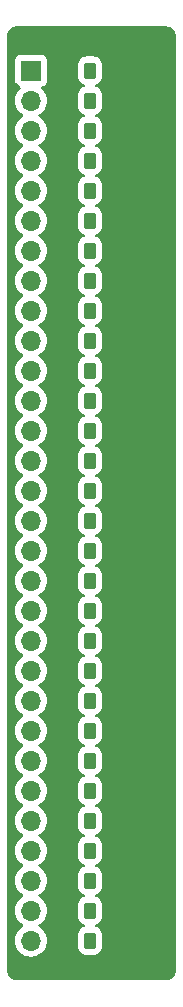
<source format=gbl>
G04 #@! TF.GenerationSoftware,KiCad,Pcbnew,7.0.6*
G04 #@! TF.CreationDate,2024-04-20T21:55:13+01:00*
G04 #@! TF.ProjectId,BreadboardIndicator,42726561-6462-46f6-9172-64496e646963,rev?*
G04 #@! TF.SameCoordinates,Original*
G04 #@! TF.FileFunction,Copper,L2,Bot*
G04 #@! TF.FilePolarity,Positive*
%FSLAX46Y46*%
G04 Gerber Fmt 4.6, Leading zero omitted, Abs format (unit mm)*
G04 Created by KiCad (PCBNEW 7.0.6) date 2024-04-20 21:55:13*
%MOMM*%
%LPD*%
G01*
G04 APERTURE LIST*
G04 Aperture macros list*
%AMRoundRect*
0 Rectangle with rounded corners*
0 $1 Rounding radius*
0 $2 $3 $4 $5 $6 $7 $8 $9 X,Y pos of 4 corners*
0 Add a 4 corners polygon primitive as box body*
4,1,4,$2,$3,$4,$5,$6,$7,$8,$9,$2,$3,0*
0 Add four circle primitives for the rounded corners*
1,1,$1+$1,$2,$3*
1,1,$1+$1,$4,$5*
1,1,$1+$1,$6,$7*
1,1,$1+$1,$8,$9*
0 Add four rect primitives between the rounded corners*
20,1,$1+$1,$2,$3,$4,$5,0*
20,1,$1+$1,$4,$5,$6,$7,0*
20,1,$1+$1,$6,$7,$8,$9,0*
20,1,$1+$1,$8,$9,$2,$3,0*%
G04 Aperture macros list end*
G04 #@! TA.AperFunction,SMDPad,CuDef*
%ADD10RoundRect,0.250000X-0.262500X-0.450000X0.262500X-0.450000X0.262500X0.450000X-0.262500X0.450000X0*%
G04 #@! TD*
G04 #@! TA.AperFunction,ComponentPad*
%ADD11R,1.700000X1.700000*%
G04 #@! TD*
G04 #@! TA.AperFunction,ComponentPad*
%ADD12O,1.700000X1.700000*%
G04 #@! TD*
G04 #@! TA.AperFunction,ViaPad*
%ADD13C,0.500000*%
G04 #@! TD*
G04 APERTURE END LIST*
D10*
X105000000Y-143660000D03*
X106825000Y-143660000D03*
X105000000Y-141120000D03*
X106825000Y-141120000D03*
X105000000Y-138580000D03*
X106825000Y-138580000D03*
X106825000Y-136040000D03*
X105000000Y-136040000D03*
X105000000Y-133500000D03*
X106825000Y-133500000D03*
X105000000Y-130960000D03*
X106825000Y-130960000D03*
X105000000Y-128420000D03*
X106825000Y-128420000D03*
X105000000Y-125880000D03*
X106825000Y-125880000D03*
X105000000Y-123340000D03*
X106825000Y-123340000D03*
X105000000Y-120800000D03*
X106825000Y-120800000D03*
X105000000Y-118260000D03*
X106825000Y-118260000D03*
X105000000Y-115720000D03*
X106825000Y-115720000D03*
X105000000Y-113180000D03*
X106825000Y-113180000D03*
X105000000Y-110640000D03*
X106825000Y-110640000D03*
X105000000Y-108100000D03*
X106825000Y-108100000D03*
X105000000Y-105560000D03*
X106825000Y-105560000D03*
X105000000Y-103020000D03*
X106825000Y-103020000D03*
X105000000Y-100480000D03*
X106825000Y-100480000D03*
X105000000Y-97940000D03*
X106825000Y-97940000D03*
X105000000Y-95400000D03*
X106825000Y-95400000D03*
X105000000Y-92860000D03*
X106825000Y-92860000D03*
X105000000Y-90320000D03*
X106825000Y-90320000D03*
X105000000Y-87780000D03*
X106825000Y-87780000D03*
X105000000Y-85240000D03*
X106825000Y-85240000D03*
X105000000Y-82700000D03*
X106825000Y-82700000D03*
X105000000Y-80160000D03*
X106825000Y-80160000D03*
X105000000Y-77620000D03*
X106825000Y-77620000D03*
X105000000Y-75080000D03*
X106825000Y-75080000D03*
X105000000Y-72540000D03*
X106825000Y-72540000D03*
X106825000Y-70000000D03*
X105000000Y-70000000D03*
D11*
X110160000Y-70000000D03*
D12*
X110160000Y-72540000D03*
X110160000Y-75080000D03*
X110160000Y-77620000D03*
X110160000Y-80160000D03*
X110160000Y-82700000D03*
X110160000Y-85240000D03*
X110160000Y-87780000D03*
X110160000Y-90320000D03*
X110160000Y-92860000D03*
X110160000Y-95400000D03*
X110160000Y-97940000D03*
X110160000Y-100480000D03*
X110160000Y-103020000D03*
X110160000Y-105560000D03*
X110160000Y-108100000D03*
X110160000Y-110640000D03*
X110160000Y-113180000D03*
X110160000Y-115720000D03*
X110160000Y-118260000D03*
X110160000Y-120800000D03*
X110160000Y-123340000D03*
X110160000Y-125880000D03*
X110160000Y-128420000D03*
X110160000Y-130960000D03*
X110160000Y-133500000D03*
X110160000Y-136040000D03*
X110160000Y-138580000D03*
X110160000Y-141120000D03*
X110160000Y-143660000D03*
D11*
X100000000Y-70000000D03*
D12*
X100000000Y-72540000D03*
X100000000Y-75080000D03*
X100000000Y-77620000D03*
X100000000Y-80160000D03*
X100000000Y-82700000D03*
X100000000Y-85240000D03*
X100000000Y-87780000D03*
X100000000Y-90320000D03*
X100000000Y-92860000D03*
X100000000Y-95400000D03*
X100000000Y-97940000D03*
X100000000Y-100480000D03*
X100000000Y-103020000D03*
X100000000Y-105560000D03*
X100000000Y-108100000D03*
X100000000Y-110640000D03*
X100000000Y-113180000D03*
X100000000Y-115720000D03*
X100000000Y-118260000D03*
X100000000Y-120800000D03*
X100000000Y-123340000D03*
X100000000Y-125880000D03*
X100000000Y-128420000D03*
X100000000Y-130960000D03*
X100000000Y-133500000D03*
X100000000Y-136040000D03*
X100000000Y-138580000D03*
X100000000Y-141120000D03*
X100000000Y-143660000D03*
D13*
X98708000Y-71280000D03*
X98708000Y-73820000D03*
X98708000Y-76360000D03*
X98708000Y-78900000D03*
X98708000Y-81440000D03*
X98708000Y-83980000D03*
X98708000Y-86520000D03*
X98708000Y-89060000D03*
X98708000Y-144940000D03*
X98708000Y-142400000D03*
X98708000Y-139860000D03*
X98708000Y-137320000D03*
X98708000Y-134780000D03*
X98708000Y-132240000D03*
X98708000Y-129700000D03*
X98708000Y-127160000D03*
X98708000Y-124620000D03*
X98708000Y-122080000D03*
X98708000Y-119540000D03*
X98708000Y-117000000D03*
X98708000Y-114460000D03*
X98708000Y-111920000D03*
X98708000Y-109380000D03*
X98708000Y-106840000D03*
X98708000Y-104300000D03*
X98708000Y-101760000D03*
X98708000Y-99220000D03*
X98708000Y-96680000D03*
X98708000Y-91600000D03*
X98708000Y-94140000D03*
X107950000Y-144940000D03*
X107950000Y-142400000D03*
X107950000Y-139860000D03*
X107950000Y-137320000D03*
X107950000Y-134780000D03*
X107950000Y-132240000D03*
X107950000Y-129700000D03*
X107950000Y-127160000D03*
X107950000Y-124620000D03*
X107950000Y-122080000D03*
X107950000Y-119540000D03*
X107950000Y-117000000D03*
X107950000Y-114460000D03*
X107950000Y-111920000D03*
X107950000Y-109380000D03*
X107950000Y-106840000D03*
X107950000Y-104300000D03*
X107950000Y-101760000D03*
X107950000Y-99220000D03*
X107950000Y-96680000D03*
X107950000Y-94140000D03*
X107950000Y-91600000D03*
X107950000Y-89060000D03*
X107950000Y-86520000D03*
X107950000Y-83980000D03*
X107950000Y-81440000D03*
X107950000Y-78900000D03*
X107950000Y-76360000D03*
X107950000Y-73820000D03*
X107950000Y-71280000D03*
X111000000Y-68000000D03*
X110000000Y-68000000D03*
X109000000Y-68000000D03*
X108000000Y-68000000D03*
X107000000Y-68000000D03*
X106000000Y-68000000D03*
X105000000Y-68000000D03*
X104000000Y-68000000D03*
X103000000Y-68000000D03*
X102000000Y-68000000D03*
X101000000Y-68000000D03*
X100000000Y-68000000D03*
X99000000Y-68000000D03*
X111000000Y-146000000D03*
X110000000Y-146000000D03*
X109000000Y-146000000D03*
X108000000Y-146000000D03*
X107000000Y-146000000D03*
X106000000Y-146000000D03*
X105000000Y-146000000D03*
X104000000Y-146000000D03*
X103000000Y-146000000D03*
X102000000Y-146000000D03*
X101000000Y-146000000D03*
X100000000Y-146000000D03*
X99000000Y-146000000D03*
X105000000Y-143660000D03*
X105000000Y-141120000D03*
X105000000Y-138580000D03*
X105000000Y-136040000D03*
X105000000Y-133500000D03*
X105000000Y-130960000D03*
X105000000Y-128420000D03*
X105000000Y-125880000D03*
X105000000Y-123340000D03*
X105000000Y-120800000D03*
X105000000Y-118260000D03*
X105000000Y-115720000D03*
X105000000Y-113180000D03*
X105000000Y-110640000D03*
X105000000Y-108100000D03*
X105000000Y-105560000D03*
X105000000Y-103020000D03*
X105000000Y-100480000D03*
X105000000Y-97940000D03*
X105000000Y-95400000D03*
X105000000Y-92860000D03*
X105000000Y-90320000D03*
X105000000Y-87780000D03*
X105000000Y-85240000D03*
X105000000Y-82700000D03*
X105000000Y-80160000D03*
X105000000Y-77620000D03*
X105000000Y-75080000D03*
X105000000Y-72540000D03*
X105000000Y-70000000D03*
G04 #@! TA.AperFunction,Conductor*
G36*
X111503034Y-66250799D02*
G01*
X111507647Y-66251253D01*
X111535271Y-66253973D01*
X111643209Y-66266135D01*
X111665317Y-66270694D01*
X111717732Y-66286594D01*
X111795211Y-66313705D01*
X111812696Y-66321383D01*
X111865141Y-66349415D01*
X111868892Y-66351593D01*
X111937151Y-66394483D01*
X111943503Y-66399057D01*
X111994371Y-66440802D01*
X111998872Y-66444881D01*
X112055116Y-66501125D01*
X112059196Y-66505627D01*
X112100941Y-66556495D01*
X112105515Y-66562847D01*
X112148405Y-66631106D01*
X112150588Y-66634866D01*
X112178614Y-66687299D01*
X112186297Y-66704797D01*
X112206464Y-66762428D01*
X112213405Y-66782266D01*
X112213406Y-66782267D01*
X112229304Y-66834682D01*
X112233863Y-66856791D01*
X112246028Y-66964748D01*
X112249201Y-66996967D01*
X112249500Y-67003049D01*
X112249500Y-146246950D01*
X112249201Y-146253032D01*
X112246028Y-146285251D01*
X112233863Y-146393207D01*
X112229305Y-146415315D01*
X112213406Y-146467732D01*
X112186297Y-146545201D01*
X112178614Y-146562699D01*
X112150588Y-146615132D01*
X112148405Y-146618892D01*
X112105515Y-146687151D01*
X112100941Y-146693503D01*
X112059196Y-146744371D01*
X112055107Y-146748883D01*
X111998883Y-146805107D01*
X111994371Y-146809196D01*
X111943503Y-146850941D01*
X111937151Y-146855515D01*
X111868892Y-146898405D01*
X111865132Y-146900588D01*
X111812699Y-146928614D01*
X111795201Y-146936297D01*
X111717732Y-146963406D01*
X111665315Y-146979305D01*
X111643207Y-146983863D01*
X111535252Y-146996028D01*
X111503033Y-146999201D01*
X111496951Y-146999500D01*
X98753049Y-146999500D01*
X98746967Y-146999201D01*
X98714748Y-146996028D01*
X98606791Y-146983863D01*
X98584682Y-146979304D01*
X98532273Y-146963407D01*
X98512428Y-146956464D01*
X98454797Y-146936297D01*
X98437299Y-146928614D01*
X98384866Y-146900588D01*
X98381106Y-146898405D01*
X98312847Y-146855515D01*
X98306495Y-146850941D01*
X98255627Y-146809196D01*
X98251125Y-146805116D01*
X98194881Y-146748872D01*
X98190802Y-146744371D01*
X98177708Y-146728416D01*
X98149057Y-146693503D01*
X98144483Y-146687151D01*
X98101593Y-146618892D01*
X98099410Y-146615132D01*
X98071384Y-146562699D01*
X98063705Y-146545211D01*
X98036594Y-146467732D01*
X98020694Y-146415317D01*
X98016135Y-146393206D01*
X98003972Y-146285251D01*
X98000799Y-146253032D01*
X98000500Y-146246955D01*
X98000500Y-143660000D01*
X98644341Y-143660000D01*
X98664936Y-143895403D01*
X98664938Y-143895413D01*
X98726094Y-144123655D01*
X98726096Y-144123659D01*
X98726097Y-144123663D01*
X98825965Y-144337829D01*
X98825965Y-144337830D01*
X98825967Y-144337834D01*
X98890037Y-144429334D01*
X98961505Y-144531401D01*
X99128599Y-144698495D01*
X99225384Y-144766265D01*
X99322165Y-144834032D01*
X99322167Y-144834033D01*
X99322170Y-144834035D01*
X99536337Y-144933903D01*
X99764592Y-144995063D01*
X99952918Y-145011539D01*
X99999999Y-145015659D01*
X100000000Y-145015659D01*
X100000001Y-145015659D01*
X100039234Y-145012226D01*
X100235408Y-144995063D01*
X100463663Y-144933903D01*
X100677830Y-144834035D01*
X100871401Y-144698495D01*
X101038495Y-144531401D01*
X101174035Y-144337830D01*
X101256958Y-144160001D01*
X103987000Y-144160001D01*
X103987001Y-144160019D01*
X103997500Y-144262796D01*
X103997501Y-144262799D01*
X104052685Y-144429331D01*
X104052686Y-144429334D01*
X104144788Y-144578656D01*
X104268844Y-144702712D01*
X104418166Y-144794814D01*
X104584703Y-144849999D01*
X104687491Y-144860500D01*
X105312508Y-144860499D01*
X105312516Y-144860498D01*
X105312519Y-144860498D01*
X105368802Y-144854748D01*
X105415297Y-144849999D01*
X105581834Y-144794814D01*
X105731156Y-144702712D01*
X105855212Y-144578656D01*
X105947314Y-144429334D01*
X106002499Y-144262797D01*
X106013000Y-144160009D01*
X106012999Y-143159992D01*
X106002499Y-143057203D01*
X105947314Y-142890666D01*
X105855212Y-142741344D01*
X105731156Y-142617288D01*
X105581834Y-142525186D01*
X105529079Y-142507704D01*
X105471636Y-142467934D01*
X105444813Y-142403418D01*
X105457128Y-142334642D01*
X105504671Y-142283442D01*
X105529075Y-142272296D01*
X105581834Y-142254814D01*
X105731156Y-142162712D01*
X105855212Y-142038656D01*
X105947314Y-141889334D01*
X106002499Y-141722797D01*
X106013000Y-141620009D01*
X106012999Y-140619992D01*
X106002499Y-140517203D01*
X105947314Y-140350666D01*
X105855212Y-140201344D01*
X105731156Y-140077288D01*
X105581834Y-139985186D01*
X105529079Y-139967704D01*
X105471636Y-139927934D01*
X105444813Y-139863418D01*
X105457128Y-139794642D01*
X105504671Y-139743442D01*
X105529075Y-139732296D01*
X105581834Y-139714814D01*
X105731156Y-139622712D01*
X105855212Y-139498656D01*
X105947314Y-139349334D01*
X106002499Y-139182797D01*
X106013000Y-139080009D01*
X106012999Y-138079992D01*
X106002499Y-137977203D01*
X105947314Y-137810666D01*
X105855212Y-137661344D01*
X105731156Y-137537288D01*
X105581834Y-137445186D01*
X105529079Y-137427704D01*
X105471636Y-137387934D01*
X105444813Y-137323418D01*
X105457128Y-137254642D01*
X105504671Y-137203442D01*
X105529075Y-137192296D01*
X105581834Y-137174814D01*
X105731156Y-137082712D01*
X105855212Y-136958656D01*
X105947314Y-136809334D01*
X106002499Y-136642797D01*
X106013000Y-136540009D01*
X106012999Y-135539992D01*
X106002499Y-135437203D01*
X105947314Y-135270666D01*
X105855212Y-135121344D01*
X105731156Y-134997288D01*
X105581834Y-134905186D01*
X105529079Y-134887704D01*
X105471636Y-134847934D01*
X105444813Y-134783418D01*
X105457128Y-134714642D01*
X105504671Y-134663442D01*
X105529075Y-134652296D01*
X105581834Y-134634814D01*
X105731156Y-134542712D01*
X105855212Y-134418656D01*
X105947314Y-134269334D01*
X106002499Y-134102797D01*
X106013000Y-134000009D01*
X106012999Y-132999992D01*
X106002499Y-132897203D01*
X105947314Y-132730666D01*
X105855212Y-132581344D01*
X105731156Y-132457288D01*
X105581834Y-132365186D01*
X105529079Y-132347704D01*
X105471636Y-132307934D01*
X105444813Y-132243418D01*
X105457128Y-132174642D01*
X105504671Y-132123442D01*
X105529075Y-132112296D01*
X105581834Y-132094814D01*
X105731156Y-132002712D01*
X105855212Y-131878656D01*
X105947314Y-131729334D01*
X106002499Y-131562797D01*
X106013000Y-131460009D01*
X106012999Y-130459992D01*
X106002499Y-130357203D01*
X105947314Y-130190666D01*
X105855212Y-130041344D01*
X105731156Y-129917288D01*
X105581834Y-129825186D01*
X105529079Y-129807704D01*
X105471636Y-129767934D01*
X105444813Y-129703418D01*
X105457128Y-129634642D01*
X105504671Y-129583442D01*
X105529075Y-129572296D01*
X105581834Y-129554814D01*
X105731156Y-129462712D01*
X105855212Y-129338656D01*
X105947314Y-129189334D01*
X106002499Y-129022797D01*
X106013000Y-128920009D01*
X106012999Y-127919992D01*
X106002499Y-127817203D01*
X105947314Y-127650666D01*
X105855212Y-127501344D01*
X105731156Y-127377288D01*
X105581834Y-127285186D01*
X105529079Y-127267704D01*
X105471636Y-127227934D01*
X105444813Y-127163418D01*
X105457128Y-127094642D01*
X105504671Y-127043442D01*
X105529075Y-127032296D01*
X105581834Y-127014814D01*
X105731156Y-126922712D01*
X105855212Y-126798656D01*
X105947314Y-126649334D01*
X106002499Y-126482797D01*
X106013000Y-126380009D01*
X106012999Y-125379992D01*
X106002499Y-125277203D01*
X105947314Y-125110666D01*
X105855212Y-124961344D01*
X105731156Y-124837288D01*
X105581834Y-124745186D01*
X105529079Y-124727704D01*
X105471636Y-124687934D01*
X105444813Y-124623418D01*
X105457128Y-124554642D01*
X105504671Y-124503442D01*
X105529075Y-124492296D01*
X105581834Y-124474814D01*
X105731156Y-124382712D01*
X105855212Y-124258656D01*
X105947314Y-124109334D01*
X106002499Y-123942797D01*
X106013000Y-123840009D01*
X106012999Y-122839992D01*
X106002499Y-122737203D01*
X105947314Y-122570666D01*
X105855212Y-122421344D01*
X105731156Y-122297288D01*
X105581834Y-122205186D01*
X105529079Y-122187704D01*
X105471636Y-122147934D01*
X105444813Y-122083418D01*
X105457128Y-122014642D01*
X105504671Y-121963442D01*
X105529075Y-121952296D01*
X105581834Y-121934814D01*
X105731156Y-121842712D01*
X105855212Y-121718656D01*
X105947314Y-121569334D01*
X106002499Y-121402797D01*
X106013000Y-121300009D01*
X106012999Y-120299992D01*
X106002499Y-120197203D01*
X105947314Y-120030666D01*
X105855212Y-119881344D01*
X105731156Y-119757288D01*
X105581834Y-119665186D01*
X105529079Y-119647704D01*
X105471636Y-119607934D01*
X105444813Y-119543418D01*
X105457128Y-119474642D01*
X105504671Y-119423442D01*
X105529075Y-119412296D01*
X105581834Y-119394814D01*
X105731156Y-119302712D01*
X105855212Y-119178656D01*
X105947314Y-119029334D01*
X106002499Y-118862797D01*
X106013000Y-118760009D01*
X106012999Y-117759992D01*
X106002499Y-117657203D01*
X105947314Y-117490666D01*
X105855212Y-117341344D01*
X105731156Y-117217288D01*
X105581834Y-117125186D01*
X105529079Y-117107704D01*
X105471636Y-117067934D01*
X105444813Y-117003418D01*
X105457128Y-116934642D01*
X105504671Y-116883442D01*
X105529075Y-116872296D01*
X105581834Y-116854814D01*
X105731156Y-116762712D01*
X105855212Y-116638656D01*
X105947314Y-116489334D01*
X106002499Y-116322797D01*
X106013000Y-116220009D01*
X106012999Y-115219992D01*
X106002499Y-115117203D01*
X105947314Y-114950666D01*
X105855212Y-114801344D01*
X105731156Y-114677288D01*
X105581834Y-114585186D01*
X105529079Y-114567704D01*
X105471636Y-114527934D01*
X105444813Y-114463418D01*
X105457128Y-114394642D01*
X105504671Y-114343442D01*
X105529075Y-114332296D01*
X105581834Y-114314814D01*
X105731156Y-114222712D01*
X105855212Y-114098656D01*
X105947314Y-113949334D01*
X106002499Y-113782797D01*
X106013000Y-113680009D01*
X106012999Y-112679992D01*
X106002499Y-112577203D01*
X105947314Y-112410666D01*
X105855212Y-112261344D01*
X105731156Y-112137288D01*
X105581834Y-112045186D01*
X105529079Y-112027704D01*
X105471636Y-111987934D01*
X105444813Y-111923418D01*
X105457128Y-111854642D01*
X105504671Y-111803442D01*
X105529075Y-111792296D01*
X105581834Y-111774814D01*
X105731156Y-111682712D01*
X105855212Y-111558656D01*
X105947314Y-111409334D01*
X106002499Y-111242797D01*
X106013000Y-111140009D01*
X106012999Y-110139992D01*
X106002499Y-110037203D01*
X105947314Y-109870666D01*
X105855212Y-109721344D01*
X105731156Y-109597288D01*
X105581834Y-109505186D01*
X105529079Y-109487704D01*
X105471636Y-109447934D01*
X105444813Y-109383418D01*
X105457128Y-109314642D01*
X105504671Y-109263442D01*
X105529075Y-109252296D01*
X105581834Y-109234814D01*
X105731156Y-109142712D01*
X105855212Y-109018656D01*
X105947314Y-108869334D01*
X106002499Y-108702797D01*
X106013000Y-108600009D01*
X106012999Y-107599992D01*
X106002499Y-107497203D01*
X105947314Y-107330666D01*
X105855212Y-107181344D01*
X105731156Y-107057288D01*
X105581834Y-106965186D01*
X105529079Y-106947704D01*
X105471636Y-106907934D01*
X105444813Y-106843418D01*
X105457128Y-106774642D01*
X105504671Y-106723442D01*
X105529075Y-106712296D01*
X105581834Y-106694814D01*
X105731156Y-106602712D01*
X105855212Y-106478656D01*
X105947314Y-106329334D01*
X106002499Y-106162797D01*
X106013000Y-106060009D01*
X106012999Y-105059992D01*
X106002499Y-104957203D01*
X105947314Y-104790666D01*
X105855212Y-104641344D01*
X105731156Y-104517288D01*
X105581834Y-104425186D01*
X105529079Y-104407704D01*
X105471636Y-104367934D01*
X105444813Y-104303418D01*
X105457128Y-104234642D01*
X105504671Y-104183442D01*
X105529075Y-104172296D01*
X105581834Y-104154814D01*
X105731156Y-104062712D01*
X105855212Y-103938656D01*
X105947314Y-103789334D01*
X106002499Y-103622797D01*
X106013000Y-103520009D01*
X106012999Y-102519992D01*
X106002499Y-102417203D01*
X105947314Y-102250666D01*
X105855212Y-102101344D01*
X105731156Y-101977288D01*
X105581834Y-101885186D01*
X105529079Y-101867704D01*
X105471636Y-101827934D01*
X105444813Y-101763418D01*
X105457128Y-101694642D01*
X105504671Y-101643442D01*
X105529075Y-101632296D01*
X105581834Y-101614814D01*
X105731156Y-101522712D01*
X105855212Y-101398656D01*
X105947314Y-101249334D01*
X106002499Y-101082797D01*
X106013000Y-100980009D01*
X106012999Y-99979992D01*
X106002499Y-99877203D01*
X105947314Y-99710666D01*
X105855212Y-99561344D01*
X105731156Y-99437288D01*
X105581834Y-99345186D01*
X105529079Y-99327704D01*
X105471636Y-99287934D01*
X105444813Y-99223418D01*
X105457128Y-99154642D01*
X105504671Y-99103442D01*
X105529075Y-99092296D01*
X105581834Y-99074814D01*
X105731156Y-98982712D01*
X105855212Y-98858656D01*
X105947314Y-98709334D01*
X106002499Y-98542797D01*
X106013000Y-98440009D01*
X106012999Y-97439992D01*
X106002499Y-97337203D01*
X105947314Y-97170666D01*
X105855212Y-97021344D01*
X105731156Y-96897288D01*
X105581834Y-96805186D01*
X105529079Y-96787704D01*
X105471636Y-96747934D01*
X105444813Y-96683418D01*
X105457128Y-96614642D01*
X105504671Y-96563442D01*
X105529075Y-96552296D01*
X105581834Y-96534814D01*
X105731156Y-96442712D01*
X105855212Y-96318656D01*
X105947314Y-96169334D01*
X106002499Y-96002797D01*
X106013000Y-95900009D01*
X106012999Y-94899992D01*
X106002499Y-94797203D01*
X105947314Y-94630666D01*
X105855212Y-94481344D01*
X105731156Y-94357288D01*
X105581834Y-94265186D01*
X105529079Y-94247704D01*
X105471636Y-94207934D01*
X105444813Y-94143418D01*
X105457128Y-94074642D01*
X105504671Y-94023442D01*
X105529075Y-94012296D01*
X105581834Y-93994814D01*
X105731156Y-93902712D01*
X105855212Y-93778656D01*
X105947314Y-93629334D01*
X106002499Y-93462797D01*
X106013000Y-93360009D01*
X106012999Y-92359992D01*
X106002499Y-92257203D01*
X105947314Y-92090666D01*
X105855212Y-91941344D01*
X105731156Y-91817288D01*
X105581834Y-91725186D01*
X105529079Y-91707704D01*
X105471636Y-91667934D01*
X105444813Y-91603418D01*
X105457128Y-91534642D01*
X105504671Y-91483442D01*
X105529075Y-91472296D01*
X105581834Y-91454814D01*
X105731156Y-91362712D01*
X105855212Y-91238656D01*
X105947314Y-91089334D01*
X106002499Y-90922797D01*
X106013000Y-90820009D01*
X106012999Y-89819992D01*
X106002499Y-89717203D01*
X105947314Y-89550666D01*
X105855212Y-89401344D01*
X105731156Y-89277288D01*
X105581834Y-89185186D01*
X105529079Y-89167704D01*
X105471636Y-89127934D01*
X105444813Y-89063418D01*
X105457128Y-88994642D01*
X105504671Y-88943442D01*
X105529075Y-88932296D01*
X105581834Y-88914814D01*
X105731156Y-88822712D01*
X105855212Y-88698656D01*
X105947314Y-88549334D01*
X106002499Y-88382797D01*
X106013000Y-88280009D01*
X106012999Y-87279992D01*
X106002499Y-87177203D01*
X105947314Y-87010666D01*
X105855212Y-86861344D01*
X105731156Y-86737288D01*
X105581834Y-86645186D01*
X105529079Y-86627704D01*
X105471636Y-86587934D01*
X105444813Y-86523418D01*
X105457128Y-86454642D01*
X105504671Y-86403442D01*
X105529075Y-86392296D01*
X105581834Y-86374814D01*
X105731156Y-86282712D01*
X105855212Y-86158656D01*
X105947314Y-86009334D01*
X106002499Y-85842797D01*
X106013000Y-85740009D01*
X106012999Y-84739992D01*
X106002499Y-84637203D01*
X105947314Y-84470666D01*
X105855212Y-84321344D01*
X105731156Y-84197288D01*
X105581834Y-84105186D01*
X105529079Y-84087704D01*
X105471636Y-84047934D01*
X105444813Y-83983418D01*
X105457128Y-83914642D01*
X105504671Y-83863442D01*
X105529075Y-83852296D01*
X105581834Y-83834814D01*
X105731156Y-83742712D01*
X105855212Y-83618656D01*
X105947314Y-83469334D01*
X106002499Y-83302797D01*
X106013000Y-83200009D01*
X106012999Y-82199992D01*
X106002499Y-82097203D01*
X105947314Y-81930666D01*
X105855212Y-81781344D01*
X105731156Y-81657288D01*
X105581834Y-81565186D01*
X105529079Y-81547704D01*
X105471636Y-81507934D01*
X105444813Y-81443418D01*
X105457128Y-81374642D01*
X105504671Y-81323442D01*
X105529075Y-81312296D01*
X105581834Y-81294814D01*
X105731156Y-81202712D01*
X105855212Y-81078656D01*
X105947314Y-80929334D01*
X106002499Y-80762797D01*
X106013000Y-80660009D01*
X106012999Y-79659992D01*
X106002499Y-79557203D01*
X105947314Y-79390666D01*
X105855212Y-79241344D01*
X105731156Y-79117288D01*
X105581834Y-79025186D01*
X105529079Y-79007704D01*
X105471636Y-78967934D01*
X105444813Y-78903418D01*
X105457128Y-78834642D01*
X105504671Y-78783442D01*
X105529075Y-78772296D01*
X105581834Y-78754814D01*
X105731156Y-78662712D01*
X105855212Y-78538656D01*
X105947314Y-78389334D01*
X106002499Y-78222797D01*
X106013000Y-78120009D01*
X106012999Y-77119992D01*
X106002499Y-77017203D01*
X105947314Y-76850666D01*
X105855212Y-76701344D01*
X105731156Y-76577288D01*
X105581834Y-76485186D01*
X105529079Y-76467704D01*
X105471636Y-76427934D01*
X105444813Y-76363418D01*
X105457128Y-76294642D01*
X105504671Y-76243442D01*
X105529075Y-76232296D01*
X105581834Y-76214814D01*
X105731156Y-76122712D01*
X105855212Y-75998656D01*
X105947314Y-75849334D01*
X106002499Y-75682797D01*
X106013000Y-75580009D01*
X106012999Y-74579992D01*
X106002499Y-74477203D01*
X105947314Y-74310666D01*
X105855212Y-74161344D01*
X105731156Y-74037288D01*
X105581834Y-73945186D01*
X105529079Y-73927704D01*
X105471636Y-73887934D01*
X105444813Y-73823418D01*
X105457128Y-73754642D01*
X105504671Y-73703442D01*
X105529075Y-73692296D01*
X105581834Y-73674814D01*
X105731156Y-73582712D01*
X105855212Y-73458656D01*
X105947314Y-73309334D01*
X106002499Y-73142797D01*
X106013000Y-73040009D01*
X106012999Y-72039992D01*
X106002499Y-71937203D01*
X105947314Y-71770666D01*
X105855212Y-71621344D01*
X105731156Y-71497288D01*
X105581834Y-71405186D01*
X105529079Y-71387704D01*
X105471636Y-71347934D01*
X105444813Y-71283418D01*
X105457128Y-71214642D01*
X105504671Y-71163442D01*
X105529075Y-71152296D01*
X105581834Y-71134814D01*
X105731156Y-71042712D01*
X105855212Y-70918656D01*
X105947314Y-70769334D01*
X106002499Y-70602797D01*
X106013000Y-70500009D01*
X106012999Y-69499992D01*
X106002499Y-69397203D01*
X105947314Y-69230666D01*
X105855212Y-69081344D01*
X105731156Y-68957288D01*
X105581834Y-68865186D01*
X105415297Y-68810001D01*
X105415295Y-68810000D01*
X105312510Y-68799500D01*
X104687498Y-68799500D01*
X104687480Y-68799501D01*
X104584703Y-68810000D01*
X104584700Y-68810001D01*
X104418168Y-68865185D01*
X104418163Y-68865187D01*
X104268842Y-68957289D01*
X104144789Y-69081342D01*
X104052687Y-69230663D01*
X104052685Y-69230666D01*
X104052686Y-69230666D01*
X103997501Y-69397203D01*
X103997501Y-69397204D01*
X103997500Y-69397204D01*
X103987000Y-69499983D01*
X103987000Y-70500001D01*
X103987001Y-70500019D01*
X103997500Y-70602796D01*
X103997501Y-70602799D01*
X104052685Y-70769331D01*
X104052686Y-70769334D01*
X104144788Y-70918656D01*
X104268844Y-71042712D01*
X104418166Y-71134814D01*
X104470917Y-71152294D01*
X104528362Y-71192064D01*
X104555186Y-71256580D01*
X104542872Y-71325356D01*
X104495329Y-71376556D01*
X104470920Y-71387704D01*
X104418172Y-71405183D01*
X104418163Y-71405187D01*
X104268842Y-71497289D01*
X104144789Y-71621342D01*
X104052687Y-71770663D01*
X104052685Y-71770666D01*
X104052686Y-71770666D01*
X103997501Y-71937203D01*
X103997501Y-71937204D01*
X103997500Y-71937204D01*
X103987000Y-72039983D01*
X103987000Y-73040001D01*
X103987001Y-73040019D01*
X103997500Y-73142796D01*
X103997501Y-73142799D01*
X104052685Y-73309331D01*
X104052686Y-73309334D01*
X104144788Y-73458656D01*
X104268844Y-73582712D01*
X104418166Y-73674814D01*
X104470917Y-73692294D01*
X104528362Y-73732064D01*
X104555186Y-73796580D01*
X104542872Y-73865356D01*
X104495329Y-73916556D01*
X104470920Y-73927704D01*
X104418172Y-73945183D01*
X104418163Y-73945187D01*
X104268842Y-74037289D01*
X104144789Y-74161342D01*
X104052687Y-74310663D01*
X104052685Y-74310666D01*
X104052686Y-74310666D01*
X103997501Y-74477203D01*
X103997501Y-74477204D01*
X103997500Y-74477204D01*
X103987000Y-74579983D01*
X103987000Y-75580001D01*
X103987001Y-75580019D01*
X103997500Y-75682796D01*
X103997501Y-75682799D01*
X104052685Y-75849331D01*
X104052686Y-75849334D01*
X104144788Y-75998656D01*
X104268844Y-76122712D01*
X104418166Y-76214814D01*
X104470917Y-76232294D01*
X104528362Y-76272064D01*
X104555186Y-76336580D01*
X104542872Y-76405356D01*
X104495329Y-76456556D01*
X104470920Y-76467704D01*
X104418172Y-76485183D01*
X104418163Y-76485187D01*
X104268842Y-76577289D01*
X104144789Y-76701342D01*
X104052687Y-76850663D01*
X104052685Y-76850666D01*
X104052686Y-76850666D01*
X103997501Y-77017203D01*
X103997501Y-77017204D01*
X103997500Y-77017204D01*
X103987000Y-77119983D01*
X103987000Y-78120001D01*
X103987001Y-78120019D01*
X103997500Y-78222796D01*
X103997501Y-78222799D01*
X104052685Y-78389331D01*
X104052686Y-78389334D01*
X104144788Y-78538656D01*
X104268844Y-78662712D01*
X104418166Y-78754814D01*
X104470917Y-78772294D01*
X104528362Y-78812064D01*
X104555186Y-78876580D01*
X104542872Y-78945356D01*
X104495329Y-78996556D01*
X104470920Y-79007704D01*
X104418172Y-79025183D01*
X104418163Y-79025187D01*
X104268842Y-79117289D01*
X104144789Y-79241342D01*
X104052687Y-79390663D01*
X104052685Y-79390666D01*
X104052686Y-79390666D01*
X103997501Y-79557203D01*
X103997501Y-79557204D01*
X103997500Y-79557204D01*
X103987000Y-79659983D01*
X103987000Y-80660001D01*
X103987001Y-80660019D01*
X103997500Y-80762796D01*
X103997501Y-80762799D01*
X104052685Y-80929331D01*
X104052686Y-80929334D01*
X104144788Y-81078656D01*
X104268844Y-81202712D01*
X104418166Y-81294814D01*
X104470917Y-81312294D01*
X104528362Y-81352064D01*
X104555186Y-81416580D01*
X104542872Y-81485356D01*
X104495329Y-81536556D01*
X104470920Y-81547704D01*
X104418172Y-81565183D01*
X104418163Y-81565187D01*
X104268842Y-81657289D01*
X104144789Y-81781342D01*
X104052687Y-81930663D01*
X104052685Y-81930666D01*
X104052686Y-81930666D01*
X103997501Y-82097203D01*
X103997501Y-82097204D01*
X103997500Y-82097204D01*
X103987000Y-82199983D01*
X103987000Y-83200001D01*
X103987001Y-83200019D01*
X103997500Y-83302796D01*
X103997501Y-83302799D01*
X104052685Y-83469331D01*
X104052686Y-83469334D01*
X104144788Y-83618656D01*
X104268844Y-83742712D01*
X104418166Y-83834814D01*
X104470917Y-83852294D01*
X104528362Y-83892064D01*
X104555186Y-83956580D01*
X104542872Y-84025356D01*
X104495329Y-84076556D01*
X104470920Y-84087704D01*
X104418172Y-84105183D01*
X104418163Y-84105187D01*
X104268842Y-84197289D01*
X104144789Y-84321342D01*
X104052687Y-84470663D01*
X104052685Y-84470666D01*
X104052686Y-84470666D01*
X103997501Y-84637203D01*
X103997501Y-84637204D01*
X103997500Y-84637204D01*
X103987000Y-84739983D01*
X103987000Y-85740001D01*
X103987001Y-85740019D01*
X103997500Y-85842796D01*
X103997501Y-85842799D01*
X104052685Y-86009331D01*
X104052686Y-86009334D01*
X104144788Y-86158656D01*
X104268844Y-86282712D01*
X104418166Y-86374814D01*
X104470917Y-86392294D01*
X104528362Y-86432064D01*
X104555186Y-86496580D01*
X104542872Y-86565356D01*
X104495329Y-86616556D01*
X104470920Y-86627704D01*
X104418172Y-86645183D01*
X104418163Y-86645187D01*
X104268842Y-86737289D01*
X104144789Y-86861342D01*
X104052687Y-87010663D01*
X104052685Y-87010666D01*
X104052686Y-87010666D01*
X103997501Y-87177203D01*
X103997501Y-87177204D01*
X103997500Y-87177204D01*
X103987000Y-87279983D01*
X103987000Y-88280001D01*
X103987001Y-88280019D01*
X103997500Y-88382796D01*
X103997501Y-88382799D01*
X104052685Y-88549331D01*
X104052686Y-88549334D01*
X104144788Y-88698656D01*
X104268844Y-88822712D01*
X104418166Y-88914814D01*
X104470917Y-88932294D01*
X104528362Y-88972064D01*
X104555186Y-89036580D01*
X104542872Y-89105356D01*
X104495329Y-89156556D01*
X104470920Y-89167704D01*
X104418172Y-89185183D01*
X104418163Y-89185187D01*
X104268842Y-89277289D01*
X104144789Y-89401342D01*
X104052687Y-89550663D01*
X104052685Y-89550666D01*
X104052686Y-89550666D01*
X103997501Y-89717203D01*
X103997501Y-89717204D01*
X103997500Y-89717204D01*
X103987000Y-89819983D01*
X103987000Y-90820001D01*
X103987001Y-90820019D01*
X103997500Y-90922796D01*
X103997501Y-90922799D01*
X104052685Y-91089331D01*
X104052686Y-91089334D01*
X104144788Y-91238656D01*
X104268844Y-91362712D01*
X104418166Y-91454814D01*
X104470917Y-91472294D01*
X104528362Y-91512064D01*
X104555186Y-91576580D01*
X104542872Y-91645356D01*
X104495329Y-91696556D01*
X104470920Y-91707704D01*
X104418172Y-91725183D01*
X104418163Y-91725187D01*
X104268842Y-91817289D01*
X104144789Y-91941342D01*
X104052687Y-92090663D01*
X104052685Y-92090666D01*
X104052686Y-92090666D01*
X103997501Y-92257203D01*
X103997501Y-92257204D01*
X103997500Y-92257204D01*
X103987000Y-92359983D01*
X103987000Y-93360001D01*
X103987001Y-93360019D01*
X103997500Y-93462796D01*
X103997501Y-93462799D01*
X104052685Y-93629331D01*
X104052686Y-93629334D01*
X104144788Y-93778656D01*
X104268844Y-93902712D01*
X104418166Y-93994814D01*
X104470917Y-94012294D01*
X104528362Y-94052064D01*
X104555186Y-94116580D01*
X104542872Y-94185356D01*
X104495329Y-94236556D01*
X104470920Y-94247704D01*
X104418172Y-94265183D01*
X104418163Y-94265187D01*
X104268842Y-94357289D01*
X104144789Y-94481342D01*
X104052687Y-94630663D01*
X104052685Y-94630666D01*
X104052686Y-94630666D01*
X103997501Y-94797203D01*
X103997501Y-94797204D01*
X103997500Y-94797204D01*
X103987000Y-94899983D01*
X103987000Y-95900001D01*
X103987001Y-95900019D01*
X103997500Y-96002796D01*
X103997501Y-96002799D01*
X104052685Y-96169331D01*
X104052686Y-96169334D01*
X104144788Y-96318656D01*
X104268844Y-96442712D01*
X104418166Y-96534814D01*
X104470917Y-96552294D01*
X104528362Y-96592064D01*
X104555186Y-96656580D01*
X104542872Y-96725356D01*
X104495329Y-96776556D01*
X104470920Y-96787704D01*
X104418172Y-96805183D01*
X104418163Y-96805187D01*
X104268842Y-96897289D01*
X104144789Y-97021342D01*
X104052687Y-97170663D01*
X104052685Y-97170666D01*
X104052686Y-97170666D01*
X103997501Y-97337203D01*
X103997501Y-97337204D01*
X103997500Y-97337204D01*
X103987000Y-97439983D01*
X103987000Y-98440001D01*
X103987001Y-98440019D01*
X103997500Y-98542796D01*
X103997501Y-98542799D01*
X104052685Y-98709331D01*
X104052686Y-98709334D01*
X104144788Y-98858656D01*
X104268844Y-98982712D01*
X104418166Y-99074814D01*
X104470917Y-99092294D01*
X104528362Y-99132064D01*
X104555186Y-99196580D01*
X104542872Y-99265356D01*
X104495329Y-99316556D01*
X104470920Y-99327704D01*
X104418172Y-99345183D01*
X104418163Y-99345187D01*
X104268842Y-99437289D01*
X104144789Y-99561342D01*
X104052687Y-99710663D01*
X104052685Y-99710666D01*
X104052686Y-99710666D01*
X103997501Y-99877203D01*
X103997501Y-99877204D01*
X103997500Y-99877204D01*
X103987000Y-99979983D01*
X103987000Y-100980001D01*
X103987001Y-100980019D01*
X103997500Y-101082796D01*
X103997501Y-101082799D01*
X104052685Y-101249331D01*
X104052686Y-101249334D01*
X104144788Y-101398656D01*
X104268844Y-101522712D01*
X104418166Y-101614814D01*
X104470917Y-101632294D01*
X104528362Y-101672064D01*
X104555186Y-101736580D01*
X104542872Y-101805356D01*
X104495329Y-101856556D01*
X104470920Y-101867704D01*
X104418172Y-101885183D01*
X104418163Y-101885187D01*
X104268842Y-101977289D01*
X104144789Y-102101342D01*
X104052687Y-102250663D01*
X104052685Y-102250666D01*
X104052686Y-102250666D01*
X103997501Y-102417203D01*
X103997501Y-102417204D01*
X103997500Y-102417204D01*
X103987000Y-102519983D01*
X103987000Y-103520001D01*
X103987001Y-103520019D01*
X103997500Y-103622796D01*
X103997501Y-103622799D01*
X104052685Y-103789331D01*
X104052686Y-103789334D01*
X104144788Y-103938656D01*
X104268844Y-104062712D01*
X104418166Y-104154814D01*
X104470917Y-104172294D01*
X104528362Y-104212064D01*
X104555186Y-104276580D01*
X104542872Y-104345356D01*
X104495329Y-104396556D01*
X104470920Y-104407704D01*
X104418172Y-104425183D01*
X104418163Y-104425187D01*
X104268842Y-104517289D01*
X104144789Y-104641342D01*
X104052687Y-104790663D01*
X104052685Y-104790666D01*
X104052686Y-104790666D01*
X103997501Y-104957203D01*
X103997501Y-104957204D01*
X103997500Y-104957204D01*
X103987000Y-105059983D01*
X103987000Y-106060001D01*
X103987001Y-106060019D01*
X103997500Y-106162796D01*
X103997501Y-106162799D01*
X104052685Y-106329331D01*
X104052686Y-106329334D01*
X104144788Y-106478656D01*
X104268844Y-106602712D01*
X104418166Y-106694814D01*
X104470917Y-106712294D01*
X104528362Y-106752064D01*
X104555186Y-106816580D01*
X104542872Y-106885356D01*
X104495329Y-106936556D01*
X104470920Y-106947704D01*
X104418172Y-106965183D01*
X104418163Y-106965187D01*
X104268842Y-107057289D01*
X104144789Y-107181342D01*
X104052687Y-107330663D01*
X104052685Y-107330666D01*
X104052686Y-107330666D01*
X103997501Y-107497203D01*
X103997501Y-107497204D01*
X103997500Y-107497204D01*
X103987000Y-107599983D01*
X103987000Y-108600001D01*
X103987001Y-108600019D01*
X103997500Y-108702796D01*
X103997501Y-108702799D01*
X104052685Y-108869331D01*
X104052686Y-108869334D01*
X104144788Y-109018656D01*
X104268844Y-109142712D01*
X104418166Y-109234814D01*
X104470917Y-109252294D01*
X104528362Y-109292064D01*
X104555186Y-109356580D01*
X104542872Y-109425356D01*
X104495329Y-109476556D01*
X104470920Y-109487704D01*
X104418172Y-109505183D01*
X104418163Y-109505187D01*
X104268842Y-109597289D01*
X104144789Y-109721342D01*
X104052687Y-109870663D01*
X104052685Y-109870666D01*
X104052686Y-109870666D01*
X103997501Y-110037203D01*
X103997501Y-110037204D01*
X103997500Y-110037204D01*
X103987000Y-110139983D01*
X103987000Y-111140001D01*
X103987001Y-111140019D01*
X103997500Y-111242796D01*
X103997501Y-111242799D01*
X104052685Y-111409331D01*
X104052686Y-111409334D01*
X104144788Y-111558656D01*
X104268844Y-111682712D01*
X104418166Y-111774814D01*
X104470917Y-111792294D01*
X104528362Y-111832064D01*
X104555186Y-111896580D01*
X104542872Y-111965356D01*
X104495329Y-112016556D01*
X104470920Y-112027704D01*
X104418172Y-112045183D01*
X104418163Y-112045187D01*
X104268842Y-112137289D01*
X104144789Y-112261342D01*
X104052687Y-112410663D01*
X104052685Y-112410666D01*
X104052686Y-112410666D01*
X103997501Y-112577203D01*
X103997501Y-112577204D01*
X103997500Y-112577204D01*
X103987000Y-112679983D01*
X103987000Y-113680001D01*
X103987001Y-113680019D01*
X103997500Y-113782796D01*
X103997501Y-113782799D01*
X104052685Y-113949331D01*
X104052686Y-113949334D01*
X104144788Y-114098656D01*
X104268844Y-114222712D01*
X104418166Y-114314814D01*
X104470917Y-114332294D01*
X104528362Y-114372064D01*
X104555186Y-114436580D01*
X104542872Y-114505356D01*
X104495329Y-114556556D01*
X104470920Y-114567704D01*
X104418172Y-114585183D01*
X104418163Y-114585187D01*
X104268842Y-114677289D01*
X104144789Y-114801342D01*
X104052687Y-114950663D01*
X104052685Y-114950666D01*
X104052686Y-114950666D01*
X103997501Y-115117203D01*
X103997501Y-115117204D01*
X103997500Y-115117204D01*
X103987000Y-115219983D01*
X103987000Y-116220001D01*
X103987001Y-116220019D01*
X103997500Y-116322796D01*
X103997501Y-116322799D01*
X104052685Y-116489331D01*
X104052686Y-116489334D01*
X104144788Y-116638656D01*
X104268844Y-116762712D01*
X104418166Y-116854814D01*
X104470917Y-116872294D01*
X104528362Y-116912064D01*
X104555186Y-116976580D01*
X104542872Y-117045356D01*
X104495329Y-117096556D01*
X104470920Y-117107704D01*
X104418172Y-117125183D01*
X104418163Y-117125187D01*
X104268842Y-117217289D01*
X104144789Y-117341342D01*
X104052687Y-117490663D01*
X104052685Y-117490666D01*
X104052686Y-117490666D01*
X103997501Y-117657203D01*
X103997501Y-117657204D01*
X103997500Y-117657204D01*
X103987000Y-117759983D01*
X103987000Y-118760001D01*
X103987001Y-118760019D01*
X103997500Y-118862796D01*
X103997501Y-118862799D01*
X104052685Y-119029331D01*
X104052686Y-119029334D01*
X104144788Y-119178656D01*
X104268844Y-119302712D01*
X104418166Y-119394814D01*
X104470917Y-119412294D01*
X104528362Y-119452064D01*
X104555186Y-119516580D01*
X104542872Y-119585356D01*
X104495329Y-119636556D01*
X104470920Y-119647704D01*
X104418172Y-119665183D01*
X104418163Y-119665187D01*
X104268842Y-119757289D01*
X104144789Y-119881342D01*
X104052687Y-120030663D01*
X104052685Y-120030666D01*
X104052686Y-120030666D01*
X103997501Y-120197203D01*
X103997501Y-120197204D01*
X103997500Y-120197204D01*
X103987000Y-120299983D01*
X103987000Y-121300001D01*
X103987001Y-121300019D01*
X103997500Y-121402796D01*
X103997501Y-121402799D01*
X104052685Y-121569331D01*
X104052686Y-121569334D01*
X104144788Y-121718656D01*
X104268844Y-121842712D01*
X104418166Y-121934814D01*
X104470917Y-121952294D01*
X104528362Y-121992064D01*
X104555186Y-122056580D01*
X104542872Y-122125356D01*
X104495329Y-122176556D01*
X104470920Y-122187704D01*
X104418172Y-122205183D01*
X104418163Y-122205187D01*
X104268842Y-122297289D01*
X104144789Y-122421342D01*
X104052687Y-122570663D01*
X104052685Y-122570666D01*
X104052686Y-122570666D01*
X103997501Y-122737203D01*
X103997501Y-122737204D01*
X103997500Y-122737204D01*
X103987000Y-122839983D01*
X103987000Y-123840001D01*
X103987001Y-123840019D01*
X103997500Y-123942796D01*
X103997501Y-123942799D01*
X104052685Y-124109331D01*
X104052686Y-124109334D01*
X104144788Y-124258656D01*
X104268844Y-124382712D01*
X104418166Y-124474814D01*
X104470917Y-124492294D01*
X104528362Y-124532064D01*
X104555186Y-124596580D01*
X104542872Y-124665356D01*
X104495329Y-124716556D01*
X104470920Y-124727704D01*
X104418172Y-124745183D01*
X104418163Y-124745187D01*
X104268842Y-124837289D01*
X104144789Y-124961342D01*
X104052687Y-125110663D01*
X104052685Y-125110666D01*
X104052686Y-125110666D01*
X103997501Y-125277203D01*
X103997501Y-125277204D01*
X103997500Y-125277204D01*
X103987000Y-125379983D01*
X103987000Y-126380001D01*
X103987001Y-126380019D01*
X103997500Y-126482796D01*
X103997501Y-126482799D01*
X104052685Y-126649331D01*
X104052686Y-126649334D01*
X104144788Y-126798656D01*
X104268844Y-126922712D01*
X104418166Y-127014814D01*
X104470917Y-127032294D01*
X104528362Y-127072064D01*
X104555186Y-127136580D01*
X104542872Y-127205356D01*
X104495329Y-127256556D01*
X104470920Y-127267704D01*
X104418172Y-127285183D01*
X104418163Y-127285187D01*
X104268842Y-127377289D01*
X104144789Y-127501342D01*
X104052687Y-127650663D01*
X104052685Y-127650666D01*
X104052686Y-127650666D01*
X103997501Y-127817203D01*
X103997501Y-127817204D01*
X103997500Y-127817204D01*
X103987000Y-127919983D01*
X103987000Y-128920001D01*
X103987001Y-128920019D01*
X103997500Y-129022796D01*
X103997501Y-129022799D01*
X104052685Y-129189331D01*
X104052686Y-129189334D01*
X104144788Y-129338656D01*
X104268844Y-129462712D01*
X104418166Y-129554814D01*
X104470917Y-129572294D01*
X104528362Y-129612064D01*
X104555186Y-129676580D01*
X104542872Y-129745356D01*
X104495329Y-129796556D01*
X104470920Y-129807704D01*
X104418172Y-129825183D01*
X104418163Y-129825187D01*
X104268842Y-129917289D01*
X104144789Y-130041342D01*
X104052687Y-130190663D01*
X104052685Y-130190666D01*
X104052686Y-130190666D01*
X103997501Y-130357203D01*
X103997501Y-130357204D01*
X103997500Y-130357204D01*
X103987000Y-130459983D01*
X103987000Y-131460001D01*
X103987001Y-131460019D01*
X103997500Y-131562796D01*
X103997501Y-131562799D01*
X104052685Y-131729331D01*
X104052686Y-131729334D01*
X104144788Y-131878656D01*
X104268844Y-132002712D01*
X104418166Y-132094814D01*
X104470917Y-132112294D01*
X104528362Y-132152064D01*
X104555186Y-132216580D01*
X104542872Y-132285356D01*
X104495329Y-132336556D01*
X104470920Y-132347704D01*
X104418172Y-132365183D01*
X104418163Y-132365187D01*
X104268842Y-132457289D01*
X104144789Y-132581342D01*
X104052687Y-132730663D01*
X104052685Y-132730666D01*
X104052686Y-132730666D01*
X103997501Y-132897203D01*
X103997501Y-132897204D01*
X103997500Y-132897204D01*
X103987000Y-132999983D01*
X103987000Y-134000001D01*
X103987001Y-134000019D01*
X103997500Y-134102796D01*
X103997501Y-134102799D01*
X104052685Y-134269331D01*
X104052686Y-134269334D01*
X104144788Y-134418656D01*
X104268844Y-134542712D01*
X104418166Y-134634814D01*
X104470917Y-134652294D01*
X104528362Y-134692064D01*
X104555186Y-134756580D01*
X104542872Y-134825356D01*
X104495329Y-134876556D01*
X104470920Y-134887704D01*
X104418172Y-134905183D01*
X104418163Y-134905187D01*
X104268842Y-134997289D01*
X104144789Y-135121342D01*
X104052687Y-135270663D01*
X104052685Y-135270666D01*
X104052686Y-135270666D01*
X103997501Y-135437203D01*
X103997501Y-135437204D01*
X103997500Y-135437204D01*
X103987000Y-135539983D01*
X103987000Y-136540001D01*
X103987001Y-136540019D01*
X103997500Y-136642796D01*
X103997501Y-136642799D01*
X104052685Y-136809331D01*
X104052686Y-136809334D01*
X104144788Y-136958656D01*
X104268844Y-137082712D01*
X104418166Y-137174814D01*
X104470917Y-137192294D01*
X104528362Y-137232064D01*
X104555186Y-137296580D01*
X104542872Y-137365356D01*
X104495329Y-137416556D01*
X104470920Y-137427704D01*
X104418172Y-137445183D01*
X104418163Y-137445187D01*
X104268842Y-137537289D01*
X104144789Y-137661342D01*
X104052687Y-137810663D01*
X104052685Y-137810666D01*
X104052686Y-137810666D01*
X103997501Y-137977203D01*
X103997501Y-137977204D01*
X103997500Y-137977204D01*
X103987000Y-138079983D01*
X103987000Y-139080001D01*
X103987001Y-139080019D01*
X103997500Y-139182796D01*
X103997501Y-139182799D01*
X104052685Y-139349331D01*
X104052686Y-139349334D01*
X104144788Y-139498656D01*
X104268844Y-139622712D01*
X104418166Y-139714814D01*
X104470917Y-139732294D01*
X104528362Y-139772064D01*
X104555186Y-139836580D01*
X104542872Y-139905356D01*
X104495329Y-139956556D01*
X104470920Y-139967704D01*
X104418172Y-139985183D01*
X104418163Y-139985187D01*
X104268842Y-140077289D01*
X104144789Y-140201342D01*
X104052687Y-140350663D01*
X104052685Y-140350666D01*
X104052686Y-140350666D01*
X103997501Y-140517203D01*
X103997501Y-140517204D01*
X103997500Y-140517204D01*
X103987000Y-140619983D01*
X103987000Y-141620001D01*
X103987001Y-141620019D01*
X103997500Y-141722796D01*
X103997501Y-141722799D01*
X104052685Y-141889331D01*
X104052686Y-141889334D01*
X104144788Y-142038656D01*
X104268844Y-142162712D01*
X104418166Y-142254814D01*
X104470917Y-142272294D01*
X104528362Y-142312064D01*
X104555186Y-142376580D01*
X104542872Y-142445356D01*
X104495329Y-142496556D01*
X104470920Y-142507704D01*
X104418172Y-142525183D01*
X104418163Y-142525187D01*
X104268842Y-142617289D01*
X104144789Y-142741342D01*
X104052687Y-142890663D01*
X104052685Y-142890666D01*
X104052686Y-142890666D01*
X103997501Y-143057203D01*
X103997501Y-143057204D01*
X103997500Y-143057204D01*
X103987000Y-143159983D01*
X103987000Y-144160001D01*
X101256958Y-144160001D01*
X101273903Y-144123663D01*
X101335063Y-143895408D01*
X101355659Y-143660000D01*
X101335063Y-143424592D01*
X101273903Y-143196337D01*
X101174035Y-142982171D01*
X101109965Y-142890668D01*
X101038494Y-142788597D01*
X100871402Y-142621506D01*
X100871396Y-142621501D01*
X100685842Y-142491575D01*
X100642217Y-142436998D01*
X100635023Y-142367500D01*
X100666546Y-142305145D01*
X100685842Y-142288425D01*
X100733846Y-142254812D01*
X100871401Y-142158495D01*
X101038495Y-141991401D01*
X101174035Y-141797830D01*
X101273903Y-141583663D01*
X101335063Y-141355408D01*
X101355659Y-141120000D01*
X101335063Y-140884592D01*
X101273903Y-140656337D01*
X101174035Y-140442171D01*
X101109965Y-140350668D01*
X101038494Y-140248597D01*
X100871402Y-140081506D01*
X100871396Y-140081501D01*
X100685842Y-139951575D01*
X100642217Y-139896998D01*
X100635023Y-139827500D01*
X100666546Y-139765145D01*
X100685842Y-139748425D01*
X100733846Y-139714812D01*
X100871401Y-139618495D01*
X101038495Y-139451401D01*
X101174035Y-139257830D01*
X101273903Y-139043663D01*
X101335063Y-138815408D01*
X101355659Y-138580000D01*
X101335063Y-138344592D01*
X101273903Y-138116337D01*
X101174035Y-137902171D01*
X101109965Y-137810668D01*
X101038494Y-137708597D01*
X100871402Y-137541506D01*
X100871396Y-137541501D01*
X100685842Y-137411575D01*
X100642217Y-137356998D01*
X100635023Y-137287500D01*
X100666546Y-137225145D01*
X100685842Y-137208425D01*
X100733846Y-137174812D01*
X100871401Y-137078495D01*
X101038495Y-136911401D01*
X101174035Y-136717830D01*
X101273903Y-136503663D01*
X101335063Y-136275408D01*
X101355659Y-136040000D01*
X101335063Y-135804592D01*
X101273903Y-135576337D01*
X101174035Y-135362171D01*
X101109965Y-135270668D01*
X101038494Y-135168597D01*
X100871402Y-135001506D01*
X100871396Y-135001501D01*
X100685842Y-134871575D01*
X100642217Y-134816998D01*
X100635023Y-134747500D01*
X100666546Y-134685145D01*
X100685842Y-134668425D01*
X100733846Y-134634812D01*
X100871401Y-134538495D01*
X101038495Y-134371401D01*
X101174035Y-134177830D01*
X101273903Y-133963663D01*
X101335063Y-133735408D01*
X101355659Y-133500000D01*
X101335063Y-133264592D01*
X101273903Y-133036337D01*
X101174035Y-132822171D01*
X101109965Y-132730668D01*
X101038494Y-132628597D01*
X100871402Y-132461506D01*
X100871401Y-132461505D01*
X100733839Y-132365183D01*
X100685841Y-132331574D01*
X100642216Y-132276997D01*
X100635024Y-132207498D01*
X100666546Y-132145144D01*
X100685836Y-132128428D01*
X100871401Y-131998495D01*
X101038495Y-131831401D01*
X101174035Y-131637830D01*
X101273903Y-131423663D01*
X101335063Y-131195408D01*
X101355659Y-130960000D01*
X101335063Y-130724592D01*
X101273903Y-130496337D01*
X101174035Y-130282171D01*
X101109965Y-130190668D01*
X101038494Y-130088597D01*
X100871402Y-129921506D01*
X100871401Y-129921505D01*
X100733839Y-129825183D01*
X100685841Y-129791574D01*
X100642216Y-129736997D01*
X100635024Y-129667498D01*
X100666546Y-129605144D01*
X100685836Y-129588428D01*
X100871401Y-129458495D01*
X101038495Y-129291401D01*
X101174035Y-129097830D01*
X101273903Y-128883663D01*
X101335063Y-128655408D01*
X101355659Y-128420000D01*
X101335063Y-128184592D01*
X101273903Y-127956337D01*
X101174035Y-127742171D01*
X101109965Y-127650668D01*
X101038494Y-127548597D01*
X100871402Y-127381506D01*
X100871401Y-127381505D01*
X100733839Y-127285183D01*
X100685841Y-127251574D01*
X100642216Y-127196997D01*
X100635024Y-127127498D01*
X100666546Y-127065144D01*
X100685836Y-127048428D01*
X100871401Y-126918495D01*
X101038495Y-126751401D01*
X101174035Y-126557830D01*
X101273903Y-126343663D01*
X101335063Y-126115408D01*
X101355659Y-125880000D01*
X101335063Y-125644592D01*
X101273903Y-125416337D01*
X101174035Y-125202171D01*
X101109965Y-125110668D01*
X101038494Y-125008597D01*
X100871402Y-124841506D01*
X100871401Y-124841505D01*
X100733839Y-124745183D01*
X100685841Y-124711574D01*
X100642216Y-124656997D01*
X100635024Y-124587498D01*
X100666546Y-124525144D01*
X100685836Y-124508428D01*
X100871401Y-124378495D01*
X101038495Y-124211401D01*
X101174035Y-124017830D01*
X101273903Y-123803663D01*
X101335063Y-123575408D01*
X101355659Y-123340000D01*
X101335063Y-123104592D01*
X101273903Y-122876337D01*
X101174035Y-122662171D01*
X101109965Y-122570668D01*
X101038494Y-122468597D01*
X100871402Y-122301506D01*
X100871401Y-122301505D01*
X100733839Y-122205183D01*
X100685841Y-122171574D01*
X100642216Y-122116997D01*
X100635024Y-122047498D01*
X100666546Y-121985144D01*
X100685836Y-121968428D01*
X100871401Y-121838495D01*
X101038495Y-121671401D01*
X101174035Y-121477830D01*
X101273903Y-121263663D01*
X101335063Y-121035408D01*
X101355659Y-120800000D01*
X101335063Y-120564592D01*
X101273903Y-120336337D01*
X101174035Y-120122171D01*
X101109965Y-120030668D01*
X101038494Y-119928597D01*
X100871402Y-119761506D01*
X100871401Y-119761505D01*
X100733839Y-119665183D01*
X100685841Y-119631574D01*
X100642216Y-119576997D01*
X100635024Y-119507498D01*
X100666546Y-119445144D01*
X100685836Y-119428428D01*
X100871401Y-119298495D01*
X101038495Y-119131401D01*
X101174035Y-118937830D01*
X101273903Y-118723663D01*
X101335063Y-118495408D01*
X101355659Y-118260000D01*
X101335063Y-118024592D01*
X101273903Y-117796337D01*
X101174035Y-117582171D01*
X101109965Y-117490668D01*
X101038494Y-117388597D01*
X100871402Y-117221506D01*
X100871401Y-117221505D01*
X100733839Y-117125183D01*
X100685841Y-117091574D01*
X100642216Y-117036997D01*
X100635024Y-116967498D01*
X100666546Y-116905144D01*
X100685836Y-116888428D01*
X100871401Y-116758495D01*
X101038495Y-116591401D01*
X101174035Y-116397830D01*
X101273903Y-116183663D01*
X101335063Y-115955408D01*
X101355659Y-115720000D01*
X101335063Y-115484592D01*
X101273903Y-115256337D01*
X101174035Y-115042171D01*
X101109965Y-114950668D01*
X101038494Y-114848597D01*
X100871402Y-114681506D01*
X100871401Y-114681505D01*
X100733839Y-114585183D01*
X100685841Y-114551574D01*
X100642216Y-114496997D01*
X100635024Y-114427498D01*
X100666546Y-114365144D01*
X100685836Y-114348428D01*
X100871401Y-114218495D01*
X101038495Y-114051401D01*
X101174035Y-113857830D01*
X101273903Y-113643663D01*
X101335063Y-113415408D01*
X101355659Y-113180000D01*
X101335063Y-112944592D01*
X101273903Y-112716337D01*
X101174035Y-112502171D01*
X101109965Y-112410668D01*
X101038494Y-112308597D01*
X100871402Y-112141506D01*
X100871401Y-112141505D01*
X100733839Y-112045183D01*
X100685841Y-112011574D01*
X100642216Y-111956997D01*
X100635024Y-111887498D01*
X100666546Y-111825144D01*
X100685836Y-111808428D01*
X100871401Y-111678495D01*
X101038495Y-111511401D01*
X101174035Y-111317830D01*
X101273903Y-111103663D01*
X101335063Y-110875408D01*
X101355659Y-110640000D01*
X101335063Y-110404592D01*
X101273903Y-110176337D01*
X101174035Y-109962171D01*
X101109965Y-109870668D01*
X101038494Y-109768597D01*
X100871402Y-109601506D01*
X100871401Y-109601505D01*
X100733839Y-109505183D01*
X100685841Y-109471574D01*
X100642216Y-109416997D01*
X100635024Y-109347498D01*
X100666546Y-109285144D01*
X100685836Y-109268428D01*
X100871401Y-109138495D01*
X101038495Y-108971401D01*
X101174035Y-108777830D01*
X101273903Y-108563663D01*
X101335063Y-108335408D01*
X101355659Y-108100000D01*
X101335063Y-107864592D01*
X101273903Y-107636337D01*
X101174035Y-107422171D01*
X101109965Y-107330668D01*
X101038494Y-107228597D01*
X100871402Y-107061506D01*
X100871401Y-107061505D01*
X100733839Y-106965183D01*
X100685841Y-106931574D01*
X100642216Y-106876997D01*
X100635024Y-106807498D01*
X100666546Y-106745144D01*
X100685836Y-106728428D01*
X100871401Y-106598495D01*
X101038495Y-106431401D01*
X101174035Y-106237830D01*
X101273903Y-106023663D01*
X101335063Y-105795408D01*
X101355659Y-105560000D01*
X101335063Y-105324592D01*
X101273903Y-105096337D01*
X101174035Y-104882171D01*
X101109965Y-104790668D01*
X101038494Y-104688597D01*
X100871402Y-104521506D01*
X100871401Y-104521505D01*
X100733839Y-104425183D01*
X100685841Y-104391574D01*
X100642216Y-104336997D01*
X100635024Y-104267498D01*
X100666546Y-104205144D01*
X100685836Y-104188428D01*
X100871401Y-104058495D01*
X101038495Y-103891401D01*
X101174035Y-103697830D01*
X101273903Y-103483663D01*
X101335063Y-103255408D01*
X101355659Y-103020000D01*
X101335063Y-102784592D01*
X101273903Y-102556337D01*
X101174035Y-102342171D01*
X101109965Y-102250668D01*
X101038494Y-102148597D01*
X100871402Y-101981506D01*
X100871401Y-101981505D01*
X100733839Y-101885183D01*
X100685841Y-101851574D01*
X100642216Y-101796997D01*
X100635024Y-101727498D01*
X100666546Y-101665144D01*
X100685836Y-101648428D01*
X100871401Y-101518495D01*
X101038495Y-101351401D01*
X101174035Y-101157830D01*
X101273903Y-100943663D01*
X101335063Y-100715408D01*
X101355659Y-100480000D01*
X101335063Y-100244592D01*
X101273903Y-100016337D01*
X101174035Y-99802171D01*
X101109965Y-99710668D01*
X101038494Y-99608597D01*
X100871402Y-99441506D01*
X100871401Y-99441505D01*
X100733839Y-99345183D01*
X100685841Y-99311574D01*
X100642216Y-99256997D01*
X100635024Y-99187498D01*
X100666546Y-99125144D01*
X100685836Y-99108428D01*
X100871401Y-98978495D01*
X101038495Y-98811401D01*
X101174035Y-98617830D01*
X101273903Y-98403663D01*
X101335063Y-98175408D01*
X101355659Y-97940000D01*
X101335063Y-97704592D01*
X101273903Y-97476337D01*
X101174035Y-97262171D01*
X101109965Y-97170668D01*
X101038494Y-97068597D01*
X100871402Y-96901506D01*
X100871401Y-96901505D01*
X100733839Y-96805183D01*
X100685841Y-96771574D01*
X100642216Y-96716997D01*
X100635024Y-96647498D01*
X100666546Y-96585144D01*
X100685836Y-96568428D01*
X100871401Y-96438495D01*
X101038495Y-96271401D01*
X101174035Y-96077830D01*
X101273903Y-95863663D01*
X101335063Y-95635408D01*
X101355659Y-95400000D01*
X101335063Y-95164592D01*
X101273903Y-94936337D01*
X101174035Y-94722171D01*
X101109965Y-94630668D01*
X101038494Y-94528597D01*
X100871402Y-94361506D01*
X100871401Y-94361505D01*
X100733839Y-94265183D01*
X100685841Y-94231574D01*
X100642216Y-94176997D01*
X100635024Y-94107498D01*
X100666546Y-94045144D01*
X100685836Y-94028428D01*
X100871401Y-93898495D01*
X101038495Y-93731401D01*
X101174035Y-93537830D01*
X101273903Y-93323663D01*
X101335063Y-93095408D01*
X101355659Y-92860000D01*
X101335063Y-92624592D01*
X101273903Y-92396337D01*
X101174035Y-92182171D01*
X101109965Y-92090668D01*
X101038494Y-91988597D01*
X100871402Y-91821506D01*
X100871401Y-91821505D01*
X100733839Y-91725183D01*
X100685841Y-91691574D01*
X100642216Y-91636997D01*
X100635024Y-91567498D01*
X100666546Y-91505144D01*
X100685836Y-91488428D01*
X100871401Y-91358495D01*
X101038495Y-91191401D01*
X101174035Y-90997830D01*
X101273903Y-90783663D01*
X101335063Y-90555408D01*
X101355659Y-90320000D01*
X101335063Y-90084592D01*
X101273903Y-89856337D01*
X101174035Y-89642171D01*
X101109965Y-89550668D01*
X101038494Y-89448597D01*
X100871402Y-89281506D01*
X100871396Y-89281501D01*
X100685842Y-89151575D01*
X100642217Y-89096998D01*
X100635023Y-89027500D01*
X100666546Y-88965145D01*
X100685842Y-88948425D01*
X100733846Y-88914812D01*
X100871401Y-88818495D01*
X101038495Y-88651401D01*
X101174035Y-88457830D01*
X101273903Y-88243663D01*
X101335063Y-88015408D01*
X101355659Y-87780000D01*
X101335063Y-87544592D01*
X101273903Y-87316337D01*
X101174035Y-87102171D01*
X101109965Y-87010668D01*
X101038494Y-86908597D01*
X100871402Y-86741506D01*
X100871396Y-86741501D01*
X100685842Y-86611575D01*
X100642217Y-86556998D01*
X100635023Y-86487500D01*
X100666546Y-86425145D01*
X100685842Y-86408425D01*
X100733846Y-86374812D01*
X100871401Y-86278495D01*
X101038495Y-86111401D01*
X101174035Y-85917830D01*
X101273903Y-85703663D01*
X101335063Y-85475408D01*
X101355659Y-85240000D01*
X101335063Y-85004592D01*
X101273903Y-84776337D01*
X101174035Y-84562171D01*
X101109965Y-84470668D01*
X101038494Y-84368597D01*
X100871402Y-84201506D01*
X100871396Y-84201501D01*
X100685842Y-84071575D01*
X100642217Y-84016998D01*
X100635023Y-83947500D01*
X100666546Y-83885145D01*
X100685842Y-83868425D01*
X100733846Y-83834812D01*
X100871401Y-83738495D01*
X101038495Y-83571401D01*
X101174035Y-83377830D01*
X101273903Y-83163663D01*
X101335063Y-82935408D01*
X101355659Y-82700000D01*
X101335063Y-82464592D01*
X101273903Y-82236337D01*
X101174035Y-82022171D01*
X101109965Y-81930668D01*
X101038494Y-81828597D01*
X100871402Y-81661506D01*
X100871396Y-81661501D01*
X100685842Y-81531575D01*
X100642217Y-81476998D01*
X100635023Y-81407500D01*
X100666546Y-81345145D01*
X100685842Y-81328425D01*
X100733846Y-81294812D01*
X100871401Y-81198495D01*
X101038495Y-81031401D01*
X101174035Y-80837830D01*
X101273903Y-80623663D01*
X101335063Y-80395408D01*
X101355659Y-80160000D01*
X101335063Y-79924592D01*
X101273903Y-79696337D01*
X101174035Y-79482171D01*
X101109965Y-79390668D01*
X101038494Y-79288597D01*
X100871402Y-79121506D01*
X100871396Y-79121501D01*
X100685842Y-78991575D01*
X100642217Y-78936998D01*
X100635023Y-78867500D01*
X100666546Y-78805145D01*
X100685842Y-78788425D01*
X100733846Y-78754812D01*
X100871401Y-78658495D01*
X101038495Y-78491401D01*
X101174035Y-78297830D01*
X101273903Y-78083663D01*
X101335063Y-77855408D01*
X101355659Y-77620000D01*
X101335063Y-77384592D01*
X101273903Y-77156337D01*
X101174035Y-76942171D01*
X101109965Y-76850668D01*
X101038494Y-76748597D01*
X100871402Y-76581506D01*
X100871396Y-76581501D01*
X100685842Y-76451575D01*
X100642217Y-76396998D01*
X100635023Y-76327500D01*
X100666546Y-76265145D01*
X100685842Y-76248425D01*
X100733846Y-76214812D01*
X100871401Y-76118495D01*
X101038495Y-75951401D01*
X101174035Y-75757830D01*
X101273903Y-75543663D01*
X101335063Y-75315408D01*
X101355659Y-75080000D01*
X101335063Y-74844592D01*
X101273903Y-74616337D01*
X101174035Y-74402171D01*
X101109965Y-74310668D01*
X101038494Y-74208597D01*
X100871402Y-74041506D01*
X100871396Y-74041501D01*
X100685842Y-73911575D01*
X100642217Y-73856998D01*
X100635023Y-73787500D01*
X100666546Y-73725145D01*
X100685842Y-73708425D01*
X100733846Y-73674812D01*
X100871401Y-73578495D01*
X101038495Y-73411401D01*
X101174035Y-73217830D01*
X101273903Y-73003663D01*
X101335063Y-72775408D01*
X101355659Y-72540000D01*
X101335063Y-72304592D01*
X101273903Y-72076337D01*
X101174035Y-71862171D01*
X101109964Y-71770668D01*
X101038496Y-71668600D01*
X100991238Y-71621342D01*
X100916567Y-71546671D01*
X100883084Y-71485351D01*
X100888068Y-71415659D01*
X100929939Y-71359725D01*
X100960915Y-71342810D01*
X101092331Y-71293796D01*
X101207546Y-71207546D01*
X101293796Y-71092331D01*
X101344091Y-70957483D01*
X101350500Y-70897873D01*
X101350499Y-69102128D01*
X101344091Y-69042517D01*
X101293796Y-68907669D01*
X101293795Y-68907668D01*
X101293793Y-68907664D01*
X101207547Y-68792455D01*
X101207544Y-68792452D01*
X101092335Y-68706206D01*
X101092328Y-68706202D01*
X100957482Y-68655908D01*
X100957483Y-68655908D01*
X100897883Y-68649501D01*
X100897881Y-68649500D01*
X100897873Y-68649500D01*
X100897864Y-68649500D01*
X99102129Y-68649500D01*
X99102123Y-68649501D01*
X99042516Y-68655908D01*
X98907671Y-68706202D01*
X98907664Y-68706206D01*
X98792455Y-68792452D01*
X98792452Y-68792455D01*
X98706206Y-68907664D01*
X98706202Y-68907671D01*
X98655908Y-69042517D01*
X98651734Y-69081344D01*
X98649501Y-69102123D01*
X98649500Y-69102135D01*
X98649500Y-70897870D01*
X98649501Y-70897876D01*
X98655908Y-70957483D01*
X98706202Y-71092328D01*
X98706206Y-71092335D01*
X98792452Y-71207544D01*
X98792455Y-71207547D01*
X98907664Y-71293793D01*
X98907671Y-71293797D01*
X99039081Y-71342810D01*
X99095015Y-71384681D01*
X99119432Y-71450145D01*
X99104580Y-71518418D01*
X99083430Y-71546673D01*
X98961503Y-71668600D01*
X98825965Y-71862169D01*
X98825964Y-71862171D01*
X98726098Y-72076335D01*
X98726094Y-72076344D01*
X98664938Y-72304586D01*
X98664936Y-72304596D01*
X98644341Y-72539999D01*
X98644341Y-72540000D01*
X98664936Y-72775403D01*
X98664938Y-72775413D01*
X98726094Y-73003655D01*
X98726096Y-73003659D01*
X98726097Y-73003663D01*
X98825965Y-73217829D01*
X98825965Y-73217830D01*
X98825967Y-73217834D01*
X98961501Y-73411395D01*
X98961506Y-73411402D01*
X99128597Y-73578493D01*
X99128603Y-73578498D01*
X99314158Y-73708425D01*
X99357783Y-73763002D01*
X99364977Y-73832500D01*
X99333454Y-73894855D01*
X99314158Y-73911575D01*
X99128597Y-74041505D01*
X98961505Y-74208597D01*
X98825965Y-74402169D01*
X98825964Y-74402171D01*
X98726098Y-74616335D01*
X98726094Y-74616344D01*
X98664938Y-74844586D01*
X98664936Y-74844596D01*
X98644341Y-75079999D01*
X98644341Y-75080000D01*
X98664936Y-75315403D01*
X98664938Y-75315413D01*
X98726094Y-75543655D01*
X98726096Y-75543659D01*
X98726097Y-75543663D01*
X98825965Y-75757830D01*
X98825967Y-75757834D01*
X98961501Y-75951395D01*
X98961506Y-75951402D01*
X99128597Y-76118493D01*
X99128603Y-76118498D01*
X99314158Y-76248425D01*
X99357783Y-76303002D01*
X99364977Y-76372500D01*
X99333454Y-76434855D01*
X99314158Y-76451575D01*
X99128597Y-76581505D01*
X98961505Y-76748597D01*
X98825965Y-76942169D01*
X98825964Y-76942171D01*
X98726098Y-77156335D01*
X98726094Y-77156344D01*
X98664938Y-77384586D01*
X98664936Y-77384596D01*
X98644341Y-77619999D01*
X98644341Y-77620000D01*
X98664936Y-77855403D01*
X98664938Y-77855413D01*
X98726094Y-78083655D01*
X98726096Y-78083659D01*
X98726097Y-78083663D01*
X98825965Y-78297829D01*
X98825965Y-78297830D01*
X98825967Y-78297834D01*
X98961501Y-78491395D01*
X98961506Y-78491402D01*
X99128597Y-78658493D01*
X99128603Y-78658498D01*
X99314158Y-78788425D01*
X99357783Y-78843002D01*
X99364977Y-78912500D01*
X99333454Y-78974855D01*
X99314158Y-78991575D01*
X99128597Y-79121505D01*
X98961505Y-79288597D01*
X98825965Y-79482169D01*
X98825964Y-79482171D01*
X98726098Y-79696335D01*
X98726094Y-79696344D01*
X98664938Y-79924586D01*
X98664936Y-79924596D01*
X98644341Y-80159999D01*
X98644341Y-80160000D01*
X98664936Y-80395403D01*
X98664938Y-80395413D01*
X98726094Y-80623655D01*
X98726096Y-80623659D01*
X98726097Y-80623663D01*
X98825965Y-80837830D01*
X98825967Y-80837834D01*
X98961501Y-81031395D01*
X98961506Y-81031402D01*
X99128597Y-81198493D01*
X99128603Y-81198498D01*
X99314158Y-81328425D01*
X99357783Y-81383002D01*
X99364977Y-81452500D01*
X99333454Y-81514855D01*
X99314158Y-81531575D01*
X99128597Y-81661505D01*
X98961505Y-81828597D01*
X98825965Y-82022169D01*
X98825964Y-82022171D01*
X98726098Y-82236335D01*
X98726094Y-82236344D01*
X98664938Y-82464586D01*
X98664936Y-82464596D01*
X98644341Y-82699999D01*
X98644341Y-82700000D01*
X98664936Y-82935403D01*
X98664938Y-82935413D01*
X98726094Y-83163655D01*
X98726096Y-83163659D01*
X98726097Y-83163663D01*
X98825965Y-83377830D01*
X98825967Y-83377834D01*
X98961501Y-83571395D01*
X98961506Y-83571402D01*
X99128597Y-83738493D01*
X99128603Y-83738498D01*
X99314158Y-83868425D01*
X99357783Y-83923002D01*
X99364977Y-83992500D01*
X99333454Y-84054855D01*
X99314158Y-84071575D01*
X99128597Y-84201505D01*
X98961505Y-84368597D01*
X98825965Y-84562169D01*
X98825964Y-84562171D01*
X98726098Y-84776335D01*
X98726094Y-84776344D01*
X98664938Y-85004586D01*
X98664936Y-85004596D01*
X98644341Y-85239999D01*
X98644341Y-85240000D01*
X98664936Y-85475403D01*
X98664938Y-85475413D01*
X98726094Y-85703655D01*
X98726096Y-85703659D01*
X98726097Y-85703663D01*
X98825965Y-85917829D01*
X98825965Y-85917830D01*
X98825967Y-85917834D01*
X98961501Y-86111395D01*
X98961506Y-86111402D01*
X99128597Y-86278493D01*
X99128603Y-86278498D01*
X99314158Y-86408425D01*
X99357783Y-86463002D01*
X99364977Y-86532500D01*
X99333454Y-86594855D01*
X99314158Y-86611575D01*
X99128597Y-86741505D01*
X98961505Y-86908597D01*
X98825965Y-87102169D01*
X98825964Y-87102171D01*
X98726098Y-87316335D01*
X98726094Y-87316344D01*
X98664938Y-87544586D01*
X98664936Y-87544596D01*
X98644341Y-87779999D01*
X98644341Y-87780000D01*
X98664936Y-88015403D01*
X98664938Y-88015413D01*
X98726094Y-88243655D01*
X98726096Y-88243659D01*
X98726097Y-88243663D01*
X98825965Y-88457829D01*
X98825965Y-88457830D01*
X98825967Y-88457834D01*
X98961501Y-88651395D01*
X98961506Y-88651402D01*
X99128597Y-88818493D01*
X99128603Y-88818498D01*
X99314158Y-88948425D01*
X99357783Y-89003002D01*
X99364977Y-89072500D01*
X99333454Y-89134855D01*
X99314158Y-89151575D01*
X99128597Y-89281505D01*
X98961505Y-89448597D01*
X98825965Y-89642169D01*
X98825964Y-89642171D01*
X98726098Y-89856335D01*
X98726094Y-89856344D01*
X98664938Y-90084586D01*
X98664936Y-90084596D01*
X98644341Y-90319999D01*
X98644341Y-90320000D01*
X98664936Y-90555403D01*
X98664938Y-90555413D01*
X98726094Y-90783655D01*
X98726096Y-90783659D01*
X98726097Y-90783663D01*
X98825965Y-90997830D01*
X98825967Y-90997834D01*
X98961501Y-91191395D01*
X98961506Y-91191402D01*
X99128597Y-91358493D01*
X99128603Y-91358498D01*
X99314158Y-91488425D01*
X99357783Y-91543002D01*
X99364977Y-91612500D01*
X99333454Y-91674855D01*
X99314158Y-91691575D01*
X99128597Y-91821505D01*
X98961505Y-91988597D01*
X98825965Y-92182169D01*
X98825964Y-92182171D01*
X98726098Y-92396335D01*
X98726094Y-92396344D01*
X98664938Y-92624586D01*
X98664936Y-92624596D01*
X98644341Y-92859999D01*
X98644341Y-92860000D01*
X98664936Y-93095403D01*
X98664938Y-93095413D01*
X98726094Y-93323655D01*
X98726096Y-93323659D01*
X98726097Y-93323663D01*
X98825965Y-93537829D01*
X98825965Y-93537830D01*
X98825967Y-93537834D01*
X98961501Y-93731395D01*
X98961506Y-93731402D01*
X99128597Y-93898493D01*
X99128603Y-93898498D01*
X99314158Y-94028425D01*
X99357783Y-94083002D01*
X99364977Y-94152500D01*
X99333454Y-94214855D01*
X99314158Y-94231575D01*
X99128597Y-94361505D01*
X98961505Y-94528597D01*
X98825965Y-94722169D01*
X98825964Y-94722171D01*
X98726098Y-94936335D01*
X98726094Y-94936344D01*
X98664938Y-95164586D01*
X98664936Y-95164596D01*
X98644341Y-95399999D01*
X98644341Y-95400000D01*
X98664936Y-95635403D01*
X98664938Y-95635413D01*
X98726094Y-95863655D01*
X98726096Y-95863659D01*
X98726097Y-95863663D01*
X98825965Y-96077830D01*
X98825967Y-96077834D01*
X98961501Y-96271395D01*
X98961506Y-96271402D01*
X99128597Y-96438493D01*
X99128603Y-96438498D01*
X99314158Y-96568425D01*
X99357783Y-96623002D01*
X99364977Y-96692500D01*
X99333454Y-96754855D01*
X99314158Y-96771575D01*
X99128597Y-96901505D01*
X98961505Y-97068597D01*
X98825965Y-97262169D01*
X98825964Y-97262171D01*
X98726098Y-97476335D01*
X98726094Y-97476344D01*
X98664938Y-97704586D01*
X98664936Y-97704596D01*
X98644341Y-97939999D01*
X98644341Y-97940000D01*
X98664936Y-98175403D01*
X98664938Y-98175413D01*
X98726094Y-98403655D01*
X98726096Y-98403659D01*
X98726097Y-98403663D01*
X98825965Y-98617830D01*
X98825967Y-98617834D01*
X98961501Y-98811395D01*
X98961506Y-98811402D01*
X99128597Y-98978493D01*
X99128603Y-98978498D01*
X99314158Y-99108425D01*
X99357783Y-99163002D01*
X99364977Y-99232500D01*
X99333454Y-99294855D01*
X99314158Y-99311575D01*
X99128597Y-99441505D01*
X98961505Y-99608597D01*
X98825965Y-99802169D01*
X98825964Y-99802171D01*
X98726098Y-100016335D01*
X98726094Y-100016344D01*
X98664938Y-100244586D01*
X98664936Y-100244596D01*
X98644341Y-100479999D01*
X98644341Y-100480000D01*
X98664936Y-100715403D01*
X98664938Y-100715413D01*
X98726094Y-100943655D01*
X98726096Y-100943659D01*
X98726097Y-100943663D01*
X98825965Y-101157829D01*
X98825965Y-101157830D01*
X98825967Y-101157834D01*
X98961501Y-101351395D01*
X98961506Y-101351402D01*
X99128597Y-101518493D01*
X99128603Y-101518498D01*
X99314158Y-101648425D01*
X99357783Y-101703002D01*
X99364977Y-101772500D01*
X99333454Y-101834855D01*
X99314158Y-101851575D01*
X99128597Y-101981505D01*
X98961505Y-102148597D01*
X98825965Y-102342169D01*
X98825964Y-102342171D01*
X98726098Y-102556335D01*
X98726094Y-102556344D01*
X98664938Y-102784586D01*
X98664936Y-102784596D01*
X98644341Y-103019999D01*
X98644341Y-103020000D01*
X98664936Y-103255403D01*
X98664938Y-103255413D01*
X98726094Y-103483655D01*
X98726096Y-103483659D01*
X98726097Y-103483663D01*
X98825965Y-103697829D01*
X98825965Y-103697830D01*
X98825967Y-103697834D01*
X98961501Y-103891395D01*
X98961506Y-103891402D01*
X99128597Y-104058493D01*
X99128603Y-104058498D01*
X99314158Y-104188425D01*
X99357783Y-104243002D01*
X99364977Y-104312500D01*
X99333454Y-104374855D01*
X99314158Y-104391575D01*
X99128597Y-104521505D01*
X98961505Y-104688597D01*
X98825965Y-104882169D01*
X98825964Y-104882171D01*
X98726098Y-105096335D01*
X98726094Y-105096344D01*
X98664938Y-105324586D01*
X98664936Y-105324596D01*
X98644341Y-105559999D01*
X98644341Y-105560000D01*
X98664936Y-105795403D01*
X98664938Y-105795413D01*
X98726094Y-106023655D01*
X98726096Y-106023659D01*
X98726097Y-106023663D01*
X98825965Y-106237829D01*
X98825965Y-106237830D01*
X98825967Y-106237834D01*
X98961501Y-106431395D01*
X98961506Y-106431402D01*
X99128597Y-106598493D01*
X99128603Y-106598498D01*
X99314158Y-106728425D01*
X99357783Y-106783002D01*
X99364977Y-106852500D01*
X99333454Y-106914855D01*
X99314158Y-106931575D01*
X99128597Y-107061505D01*
X98961505Y-107228597D01*
X98825965Y-107422169D01*
X98825964Y-107422171D01*
X98726098Y-107636335D01*
X98726094Y-107636344D01*
X98664938Y-107864586D01*
X98664936Y-107864596D01*
X98644341Y-108099999D01*
X98644341Y-108100000D01*
X98664936Y-108335403D01*
X98664938Y-108335413D01*
X98726094Y-108563655D01*
X98726096Y-108563659D01*
X98726097Y-108563663D01*
X98825965Y-108777829D01*
X98825965Y-108777830D01*
X98825967Y-108777834D01*
X98961501Y-108971395D01*
X98961506Y-108971402D01*
X99128597Y-109138493D01*
X99128603Y-109138498D01*
X99314158Y-109268425D01*
X99357783Y-109323002D01*
X99364977Y-109392500D01*
X99333454Y-109454855D01*
X99314158Y-109471575D01*
X99128597Y-109601505D01*
X98961505Y-109768597D01*
X98825965Y-109962169D01*
X98825964Y-109962171D01*
X98726098Y-110176335D01*
X98726094Y-110176344D01*
X98664938Y-110404586D01*
X98664936Y-110404596D01*
X98644341Y-110639999D01*
X98644341Y-110640000D01*
X98664936Y-110875403D01*
X98664938Y-110875413D01*
X98726094Y-111103655D01*
X98726096Y-111103659D01*
X98726097Y-111103663D01*
X98825965Y-111317829D01*
X98825965Y-111317830D01*
X98825967Y-111317834D01*
X98961501Y-111511395D01*
X98961506Y-111511402D01*
X99128597Y-111678493D01*
X99128603Y-111678498D01*
X99314158Y-111808425D01*
X99357783Y-111863002D01*
X99364977Y-111932500D01*
X99333454Y-111994855D01*
X99314158Y-112011575D01*
X99128597Y-112141505D01*
X98961505Y-112308597D01*
X98825965Y-112502169D01*
X98825964Y-112502171D01*
X98726098Y-112716335D01*
X98726094Y-112716344D01*
X98664938Y-112944586D01*
X98664936Y-112944596D01*
X98644341Y-113179999D01*
X98644341Y-113180000D01*
X98664936Y-113415403D01*
X98664938Y-113415413D01*
X98726094Y-113643655D01*
X98726096Y-113643659D01*
X98726097Y-113643663D01*
X98825965Y-113857829D01*
X98825965Y-113857830D01*
X98825967Y-113857834D01*
X98961501Y-114051395D01*
X98961506Y-114051402D01*
X99128597Y-114218493D01*
X99128603Y-114218498D01*
X99314158Y-114348425D01*
X99357783Y-114403002D01*
X99364977Y-114472500D01*
X99333454Y-114534855D01*
X99314158Y-114551575D01*
X99128597Y-114681505D01*
X98961505Y-114848597D01*
X98825965Y-115042169D01*
X98825964Y-115042171D01*
X98726098Y-115256335D01*
X98726094Y-115256344D01*
X98664938Y-115484586D01*
X98664936Y-115484596D01*
X98644341Y-115719999D01*
X98644341Y-115720000D01*
X98664936Y-115955403D01*
X98664938Y-115955413D01*
X98726094Y-116183655D01*
X98726096Y-116183659D01*
X98726097Y-116183663D01*
X98825965Y-116397829D01*
X98825965Y-116397830D01*
X98825967Y-116397834D01*
X98961501Y-116591395D01*
X98961506Y-116591402D01*
X99128597Y-116758493D01*
X99128603Y-116758498D01*
X99314158Y-116888425D01*
X99357783Y-116943002D01*
X99364977Y-117012500D01*
X99333454Y-117074855D01*
X99314158Y-117091575D01*
X99128597Y-117221505D01*
X98961505Y-117388597D01*
X98825965Y-117582169D01*
X98825964Y-117582171D01*
X98726098Y-117796335D01*
X98726094Y-117796344D01*
X98664938Y-118024586D01*
X98664936Y-118024596D01*
X98644341Y-118259999D01*
X98644341Y-118260000D01*
X98664936Y-118495403D01*
X98664938Y-118495413D01*
X98726094Y-118723655D01*
X98726096Y-118723659D01*
X98726097Y-118723663D01*
X98825965Y-118937829D01*
X98825965Y-118937830D01*
X98825967Y-118937834D01*
X98961501Y-119131395D01*
X98961506Y-119131402D01*
X99128597Y-119298493D01*
X99128603Y-119298498D01*
X99314158Y-119428425D01*
X99357783Y-119483002D01*
X99364977Y-119552500D01*
X99333454Y-119614855D01*
X99314158Y-119631575D01*
X99128597Y-119761505D01*
X98961505Y-119928597D01*
X98825965Y-120122169D01*
X98825964Y-120122171D01*
X98726098Y-120336335D01*
X98726094Y-120336344D01*
X98664938Y-120564586D01*
X98664936Y-120564596D01*
X98644341Y-120799999D01*
X98644341Y-120800000D01*
X98664936Y-121035403D01*
X98664938Y-121035413D01*
X98726094Y-121263655D01*
X98726096Y-121263659D01*
X98726097Y-121263663D01*
X98825965Y-121477829D01*
X98825965Y-121477830D01*
X98825967Y-121477834D01*
X98961501Y-121671395D01*
X98961506Y-121671402D01*
X99128597Y-121838493D01*
X99128603Y-121838498D01*
X99314158Y-121968425D01*
X99357783Y-122023002D01*
X99364977Y-122092500D01*
X99333454Y-122154855D01*
X99314158Y-122171575D01*
X99128597Y-122301505D01*
X98961505Y-122468597D01*
X98825965Y-122662169D01*
X98825964Y-122662171D01*
X98726098Y-122876335D01*
X98726094Y-122876344D01*
X98664938Y-123104586D01*
X98664936Y-123104596D01*
X98644341Y-123339999D01*
X98644341Y-123340000D01*
X98664936Y-123575403D01*
X98664938Y-123575413D01*
X98726094Y-123803655D01*
X98726096Y-123803659D01*
X98726097Y-123803663D01*
X98825965Y-124017829D01*
X98825965Y-124017830D01*
X98825967Y-124017834D01*
X98961501Y-124211395D01*
X98961506Y-124211402D01*
X99128597Y-124378493D01*
X99128603Y-124378498D01*
X99314158Y-124508425D01*
X99357783Y-124563002D01*
X99364977Y-124632500D01*
X99333454Y-124694855D01*
X99314158Y-124711575D01*
X99128597Y-124841505D01*
X98961505Y-125008597D01*
X98825965Y-125202169D01*
X98825964Y-125202171D01*
X98726098Y-125416335D01*
X98726094Y-125416344D01*
X98664938Y-125644586D01*
X98664936Y-125644596D01*
X98644341Y-125879999D01*
X98644341Y-125880000D01*
X98664936Y-126115403D01*
X98664938Y-126115413D01*
X98726094Y-126343655D01*
X98726096Y-126343659D01*
X98726097Y-126343663D01*
X98825965Y-126557829D01*
X98825965Y-126557830D01*
X98825967Y-126557834D01*
X98961501Y-126751395D01*
X98961506Y-126751402D01*
X99128597Y-126918493D01*
X99128603Y-126918498D01*
X99314158Y-127048425D01*
X99357783Y-127103002D01*
X99364977Y-127172500D01*
X99333454Y-127234855D01*
X99314158Y-127251575D01*
X99128597Y-127381505D01*
X98961505Y-127548597D01*
X98825965Y-127742169D01*
X98825964Y-127742171D01*
X98726098Y-127956335D01*
X98726094Y-127956344D01*
X98664938Y-128184586D01*
X98664936Y-128184596D01*
X98644341Y-128419999D01*
X98644341Y-128420000D01*
X98664936Y-128655403D01*
X98664938Y-128655413D01*
X98726094Y-128883655D01*
X98726096Y-128883659D01*
X98726097Y-128883663D01*
X98825965Y-129097829D01*
X98825965Y-129097830D01*
X98825967Y-129097834D01*
X98961501Y-129291395D01*
X98961506Y-129291402D01*
X99128597Y-129458493D01*
X99128603Y-129458498D01*
X99314158Y-129588425D01*
X99357783Y-129643002D01*
X99364977Y-129712500D01*
X99333454Y-129774855D01*
X99314158Y-129791575D01*
X99128597Y-129921505D01*
X98961505Y-130088597D01*
X98825965Y-130282169D01*
X98825964Y-130282171D01*
X98726098Y-130496335D01*
X98726094Y-130496344D01*
X98664938Y-130724586D01*
X98664936Y-130724596D01*
X98644341Y-130959999D01*
X98644341Y-130960000D01*
X98664936Y-131195403D01*
X98664938Y-131195413D01*
X98726094Y-131423655D01*
X98726096Y-131423659D01*
X98726097Y-131423663D01*
X98825965Y-131637829D01*
X98825965Y-131637830D01*
X98825967Y-131637834D01*
X98961501Y-131831395D01*
X98961506Y-131831402D01*
X99128597Y-131998493D01*
X99128603Y-131998498D01*
X99314158Y-132128425D01*
X99357783Y-132183002D01*
X99364977Y-132252500D01*
X99333454Y-132314855D01*
X99314158Y-132331575D01*
X99128597Y-132461505D01*
X98961505Y-132628597D01*
X98825965Y-132822169D01*
X98825964Y-132822171D01*
X98726098Y-133036335D01*
X98726094Y-133036344D01*
X98664938Y-133264586D01*
X98664936Y-133264596D01*
X98644341Y-133499999D01*
X98644341Y-133500000D01*
X98664936Y-133735403D01*
X98664938Y-133735413D01*
X98726094Y-133963655D01*
X98726096Y-133963659D01*
X98726097Y-133963663D01*
X98825965Y-134177829D01*
X98825965Y-134177830D01*
X98825967Y-134177834D01*
X98961501Y-134371395D01*
X98961506Y-134371402D01*
X99128597Y-134538493D01*
X99128603Y-134538498D01*
X99314158Y-134668425D01*
X99357783Y-134723002D01*
X99364977Y-134792500D01*
X99333454Y-134854855D01*
X99314158Y-134871575D01*
X99128597Y-135001505D01*
X98961505Y-135168597D01*
X98825965Y-135362169D01*
X98825964Y-135362171D01*
X98726098Y-135576335D01*
X98726094Y-135576344D01*
X98664938Y-135804586D01*
X98664936Y-135804596D01*
X98644341Y-136039999D01*
X98644341Y-136040000D01*
X98664936Y-136275403D01*
X98664938Y-136275413D01*
X98726094Y-136503655D01*
X98726096Y-136503659D01*
X98726097Y-136503663D01*
X98825965Y-136717829D01*
X98825965Y-136717830D01*
X98825967Y-136717834D01*
X98961501Y-136911395D01*
X98961506Y-136911402D01*
X99128597Y-137078493D01*
X99128603Y-137078498D01*
X99314158Y-137208425D01*
X99357783Y-137263002D01*
X99364977Y-137332500D01*
X99333454Y-137394855D01*
X99314158Y-137411575D01*
X99128597Y-137541505D01*
X98961505Y-137708597D01*
X98825965Y-137902169D01*
X98825964Y-137902171D01*
X98726098Y-138116335D01*
X98726094Y-138116344D01*
X98664938Y-138344586D01*
X98664936Y-138344596D01*
X98644341Y-138579999D01*
X98644341Y-138580000D01*
X98664936Y-138815403D01*
X98664938Y-138815413D01*
X98726094Y-139043655D01*
X98726096Y-139043659D01*
X98726097Y-139043663D01*
X98825965Y-139257829D01*
X98825965Y-139257830D01*
X98825967Y-139257834D01*
X98961501Y-139451395D01*
X98961506Y-139451402D01*
X99128597Y-139618493D01*
X99128603Y-139618498D01*
X99314158Y-139748425D01*
X99357783Y-139803002D01*
X99364977Y-139872500D01*
X99333454Y-139934855D01*
X99314158Y-139951575D01*
X99128597Y-140081505D01*
X98961505Y-140248597D01*
X98825965Y-140442169D01*
X98825964Y-140442171D01*
X98726098Y-140656335D01*
X98726094Y-140656344D01*
X98664938Y-140884586D01*
X98664936Y-140884596D01*
X98644341Y-141119999D01*
X98644341Y-141120000D01*
X98664936Y-141355403D01*
X98664938Y-141355413D01*
X98726094Y-141583655D01*
X98726096Y-141583659D01*
X98726097Y-141583663D01*
X98825965Y-141797829D01*
X98825965Y-141797830D01*
X98825967Y-141797834D01*
X98961501Y-141991395D01*
X98961506Y-141991402D01*
X99128597Y-142158493D01*
X99128603Y-142158498D01*
X99314158Y-142288425D01*
X99357783Y-142343002D01*
X99364977Y-142412500D01*
X99333454Y-142474855D01*
X99314158Y-142491575D01*
X99128597Y-142621505D01*
X98961505Y-142788597D01*
X98825965Y-142982169D01*
X98825964Y-142982171D01*
X98726098Y-143196335D01*
X98726094Y-143196344D01*
X98664938Y-143424586D01*
X98664936Y-143424596D01*
X98644341Y-143659999D01*
X98644341Y-143660000D01*
X98000500Y-143660000D01*
X98000500Y-67003046D01*
X98000799Y-66996966D01*
X98003971Y-66964753D01*
X98003972Y-66964748D01*
X98016136Y-66856785D01*
X98020690Y-66834693D01*
X98036596Y-66782260D01*
X98063708Y-66704778D01*
X98071378Y-66687312D01*
X98099429Y-66634832D01*
X98101580Y-66631127D01*
X98144491Y-66562834D01*
X98149048Y-66556506D01*
X98190822Y-66505604D01*
X98194862Y-66501146D01*
X98251146Y-66444862D01*
X98255604Y-66440822D01*
X98306506Y-66399048D01*
X98312834Y-66394491D01*
X98381127Y-66351580D01*
X98384832Y-66349429D01*
X98437312Y-66321378D01*
X98454778Y-66313708D01*
X98532262Y-66286595D01*
X98584689Y-66270691D01*
X98606785Y-66266136D01*
X98714706Y-66253976D01*
X98745218Y-66250970D01*
X98746965Y-66250799D01*
X98753044Y-66250500D01*
X111496955Y-66250500D01*
X111503034Y-66250799D01*
G37*
G04 #@! TD.AperFunction*
M02*

</source>
